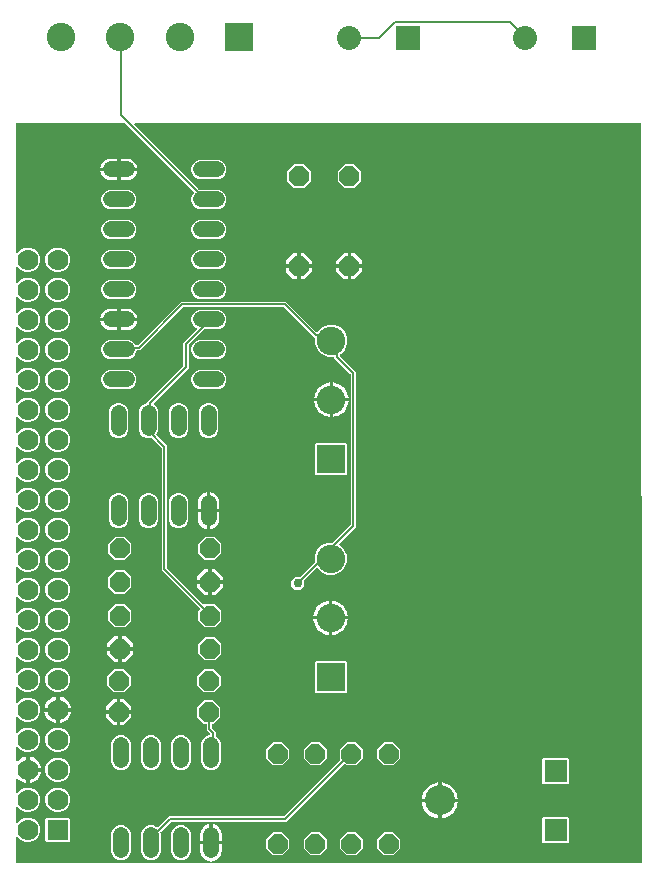
<source format=gbr>
G04 EAGLE Gerber RS-274X export*
G75*
%MOMM*%
%FSLAX34Y34*%
%LPD*%
%INTop Copper*%
%IPPOS*%
%AMOC8*
5,1,8,0,0,1.08239X$1,22.5*%
G01*
%ADD10C,2.540000*%
%ADD11R,1.950000X1.950000*%
%ADD12C,1.320800*%
%ADD13R,1.778000X1.778000*%
%ADD14C,1.778000*%
%ADD15R,2.032000X2.032000*%
%ADD16C,2.032000*%
%ADD17P,1.814519X8X112.500000*%
%ADD18R,2.413000X2.413000*%
%ADD19C,2.413000*%
%ADD20P,1.814519X8X202.500000*%
%ADD21P,1.814519X8X292.500000*%
%ADD22P,1.814519X8X22.500000*%
%ADD23C,0.152400*%
%ADD24C,0.756400*%

G36*
X174012Y10169D02*
X174012Y10169D01*
X174061Y10167D01*
X174133Y10188D01*
X174206Y10200D01*
X174250Y10223D01*
X174297Y10237D01*
X174358Y10281D01*
X174424Y10316D01*
X174458Y10351D01*
X174498Y10379D01*
X174542Y10440D01*
X174593Y10494D01*
X174614Y10538D01*
X174643Y10578D01*
X174665Y10649D01*
X174697Y10717D01*
X174702Y10766D01*
X174717Y10812D01*
X174716Y10887D01*
X174724Y10961D01*
X174714Y11009D01*
X174713Y11058D01*
X174688Y11129D01*
X174672Y11202D01*
X174647Y11244D01*
X174630Y11290D01*
X174584Y11349D01*
X174546Y11413D01*
X174508Y11445D01*
X174478Y11483D01*
X174415Y11524D01*
X174359Y11573D01*
X174313Y11591D01*
X174272Y11618D01*
X174153Y11656D01*
X174130Y11665D01*
X174121Y11666D01*
X174112Y11669D01*
X172433Y12003D01*
X170768Y12692D01*
X169270Y13693D01*
X167997Y14966D01*
X166996Y16464D01*
X166307Y18129D01*
X165955Y19895D01*
X165955Y25877D01*
X174338Y25877D01*
X174358Y25880D01*
X174377Y25878D01*
X174479Y25900D01*
X174581Y25917D01*
X174598Y25926D01*
X174618Y25930D01*
X174707Y25983D01*
X174798Y26032D01*
X174812Y26046D01*
X174829Y26056D01*
X174896Y26135D01*
X174967Y26210D01*
X174976Y26228D01*
X174989Y26243D01*
X175027Y26339D01*
X175071Y26433D01*
X175073Y26453D01*
X175081Y26471D01*
X175099Y26638D01*
X175099Y27401D01*
X175101Y27401D01*
X175101Y26638D01*
X175104Y26618D01*
X175102Y26599D01*
X175124Y26497D01*
X175141Y26395D01*
X175150Y26378D01*
X175154Y26358D01*
X175207Y26269D01*
X175256Y26178D01*
X175270Y26164D01*
X175280Y26147D01*
X175359Y26080D01*
X175434Y26009D01*
X175452Y26000D01*
X175467Y25987D01*
X175563Y25948D01*
X175657Y25905D01*
X175677Y25903D01*
X175695Y25895D01*
X175862Y25877D01*
X184245Y25877D01*
X184245Y19895D01*
X183893Y18129D01*
X183204Y16464D01*
X182203Y14966D01*
X180930Y13693D01*
X179432Y12692D01*
X177767Y12003D01*
X176088Y11669D01*
X176042Y11651D01*
X175994Y11643D01*
X175928Y11609D01*
X175857Y11582D01*
X175819Y11551D01*
X175776Y11528D01*
X175725Y11474D01*
X175667Y11427D01*
X175641Y11386D01*
X175607Y11350D01*
X175575Y11282D01*
X175535Y11219D01*
X175524Y11171D01*
X175503Y11127D01*
X175495Y11053D01*
X175477Y10980D01*
X175481Y10931D01*
X175476Y10883D01*
X175492Y10809D01*
X175498Y10735D01*
X175518Y10690D01*
X175528Y10642D01*
X175567Y10578D01*
X175596Y10509D01*
X175629Y10473D01*
X175654Y10431D01*
X175711Y10382D01*
X175761Y10327D01*
X175804Y10303D01*
X175841Y10271D01*
X175911Y10243D01*
X175976Y10207D01*
X176024Y10198D01*
X176070Y10179D01*
X176194Y10165D01*
X176218Y10161D01*
X176227Y10162D01*
X176236Y10161D01*
X539071Y10161D01*
X539091Y10164D01*
X539111Y10162D01*
X539212Y10184D01*
X539314Y10200D01*
X539332Y10210D01*
X539351Y10214D01*
X539440Y10267D01*
X539531Y10316D01*
X539545Y10330D01*
X539563Y10341D01*
X539630Y10419D01*
X539701Y10494D01*
X539709Y10512D01*
X539722Y10528D01*
X539761Y10623D01*
X539804Y10717D01*
X539807Y10737D01*
X539814Y10756D01*
X539832Y10922D01*
X539442Y635500D01*
X539439Y635520D01*
X539441Y635539D01*
X539419Y635641D01*
X539402Y635743D01*
X539393Y635761D01*
X539389Y635780D01*
X539336Y635869D01*
X539287Y635961D01*
X539273Y635974D01*
X539263Y635991D01*
X539184Y636058D01*
X539109Y636130D01*
X539091Y636138D01*
X539076Y636151D01*
X538979Y636190D01*
X538886Y636233D01*
X538866Y636235D01*
X538848Y636243D01*
X538681Y636261D01*
X110998Y636261D01*
X110928Y636250D01*
X110856Y636248D01*
X110807Y636230D01*
X110756Y636222D01*
X110693Y636188D01*
X110625Y636163D01*
X110584Y636131D01*
X110538Y636106D01*
X110489Y636055D01*
X110433Y636010D01*
X110405Y635966D01*
X110369Y635928D01*
X110339Y635863D01*
X110300Y635803D01*
X110287Y635752D01*
X110265Y635705D01*
X110257Y635634D01*
X110240Y635564D01*
X110244Y635512D01*
X110238Y635461D01*
X110254Y635390D01*
X110259Y635319D01*
X110279Y635271D01*
X110291Y635220D01*
X110327Y635159D01*
X110355Y635093D01*
X110400Y635037D01*
X110417Y635009D01*
X110434Y634994D01*
X110460Y634962D01*
X165170Y580252D01*
X165244Y580199D01*
X165314Y580139D01*
X165344Y580127D01*
X165370Y580108D01*
X165457Y580081D01*
X165542Y580047D01*
X165583Y580043D01*
X165605Y580036D01*
X165637Y580037D01*
X165709Y580029D01*
X181521Y580029D01*
X184509Y578791D01*
X186795Y576505D01*
X188033Y573517D01*
X188033Y570283D01*
X186795Y567295D01*
X184509Y565009D01*
X181521Y563771D01*
X165079Y563771D01*
X162091Y565009D01*
X159805Y567295D01*
X158567Y570283D01*
X158567Y573517D01*
X159805Y576505D01*
X160589Y577289D01*
X160601Y577305D01*
X160616Y577317D01*
X160672Y577404D01*
X160732Y577488D01*
X160738Y577507D01*
X160749Y577524D01*
X160774Y577625D01*
X160805Y577723D01*
X160804Y577743D01*
X160809Y577763D01*
X160801Y577866D01*
X160798Y577969D01*
X160792Y577988D01*
X160790Y578008D01*
X160750Y578103D01*
X160714Y578200D01*
X160701Y578216D01*
X160694Y578234D01*
X160589Y578365D01*
X102916Y636038D01*
X102842Y636091D01*
X102772Y636151D01*
X102742Y636163D01*
X102716Y636182D01*
X102629Y636209D01*
X102544Y636243D01*
X102503Y636247D01*
X102481Y636254D01*
X102449Y636253D01*
X102378Y636261D01*
X10525Y636261D01*
X10505Y636258D01*
X10485Y636260D01*
X10384Y636238D01*
X10282Y636222D01*
X10264Y636212D01*
X10245Y636208D01*
X10156Y636155D01*
X10065Y636106D01*
X10051Y636092D01*
X10034Y636081D01*
X9966Y636003D01*
X9895Y635928D01*
X9887Y635910D01*
X9874Y635894D01*
X9835Y635799D01*
X9792Y635705D01*
X9790Y635685D01*
X9782Y635666D01*
X9764Y635500D01*
X9831Y527197D01*
X9843Y527127D01*
X9845Y527055D01*
X9863Y527006D01*
X9871Y526955D01*
X9905Y526891D01*
X9929Y526824D01*
X9962Y526784D01*
X9986Y526737D01*
X10038Y526688D01*
X10083Y526632D01*
X10127Y526604D01*
X10165Y526568D01*
X10230Y526538D01*
X10290Y526499D01*
X10341Y526487D01*
X10388Y526465D01*
X10459Y526457D01*
X10528Y526439D01*
X10581Y526443D01*
X10633Y526438D01*
X10702Y526453D01*
X10774Y526458D01*
X10822Y526479D01*
X10873Y526490D01*
X10934Y526527D01*
X11000Y526555D01*
X11056Y526600D01*
X11084Y526616D01*
X11099Y526634D01*
X11131Y526660D01*
X14100Y529629D01*
X17928Y531215D01*
X22072Y531215D01*
X25900Y529629D01*
X28829Y526700D01*
X30415Y522872D01*
X30415Y518728D01*
X28829Y514900D01*
X25900Y511971D01*
X22072Y510385D01*
X17928Y510385D01*
X14100Y511971D01*
X11139Y514932D01*
X11080Y514974D01*
X11028Y515024D01*
X10981Y515046D01*
X10939Y515076D01*
X10870Y515097D01*
X10805Y515127D01*
X10754Y515133D01*
X10704Y515148D01*
X10632Y515147D01*
X10561Y515154D01*
X10510Y515143D01*
X10458Y515142D01*
X10391Y515117D01*
X10320Y515102D01*
X10276Y515075D01*
X10227Y515058D01*
X10171Y515013D01*
X10109Y514976D01*
X10076Y514936D01*
X10035Y514904D01*
X9996Y514843D01*
X9949Y514789D01*
X9930Y514741D01*
X9902Y514697D01*
X9885Y514627D01*
X9858Y514560D01*
X9850Y514490D01*
X9842Y514458D01*
X9844Y514435D01*
X9839Y514394D01*
X9847Y501813D01*
X9859Y501743D01*
X9861Y501671D01*
X9879Y501622D01*
X9887Y501570D01*
X9921Y501507D01*
X9945Y501440D01*
X9978Y501399D01*
X10002Y501353D01*
X10054Y501304D01*
X10099Y501248D01*
X10143Y501220D01*
X10181Y501184D01*
X10246Y501154D01*
X10306Y501115D01*
X10357Y501102D01*
X10404Y501080D01*
X10475Y501073D01*
X10544Y501055D01*
X10596Y501059D01*
X10648Y501053D01*
X10718Y501069D01*
X10789Y501074D01*
X10838Y501095D01*
X10889Y501106D01*
X10950Y501143D01*
X11016Y501171D01*
X11072Y501216D01*
X11100Y501232D01*
X11115Y501250D01*
X11147Y501275D01*
X14100Y504229D01*
X17928Y505815D01*
X22072Y505815D01*
X25900Y504229D01*
X28829Y501300D01*
X30415Y497472D01*
X30415Y493328D01*
X28829Y489500D01*
X25900Y486571D01*
X22072Y484985D01*
X17928Y484985D01*
X14100Y486571D01*
X11155Y489517D01*
X11096Y489559D01*
X11044Y489608D01*
X10997Y489630D01*
X10955Y489660D01*
X10886Y489681D01*
X10821Y489712D01*
X10769Y489717D01*
X10720Y489733D01*
X10648Y489731D01*
X10577Y489739D01*
X10526Y489727D01*
X10474Y489726D01*
X10406Y489701D01*
X10336Y489686D01*
X10292Y489660D01*
X10243Y489642D01*
X10187Y489597D01*
X10125Y489560D01*
X10091Y489520D01*
X10051Y489488D01*
X10012Y489428D01*
X9965Y489373D01*
X9946Y489325D01*
X9918Y489281D01*
X9900Y489211D01*
X9874Y489145D01*
X9866Y489074D01*
X9858Y489043D01*
X9860Y489019D01*
X9855Y488978D01*
X9863Y476429D01*
X9875Y476359D01*
X9876Y476287D01*
X9894Y476238D01*
X9903Y476186D01*
X9936Y476123D01*
X9961Y476056D01*
X9994Y476015D01*
X10018Y475969D01*
X10070Y475920D01*
X10115Y475864D01*
X10159Y475836D01*
X10197Y475800D01*
X10261Y475770D01*
X10322Y475731D01*
X10372Y475718D01*
X10420Y475696D01*
X10491Y475688D01*
X10560Y475671D01*
X10612Y475675D01*
X10664Y475669D01*
X10734Y475685D01*
X10805Y475690D01*
X10853Y475711D01*
X10905Y475722D01*
X10966Y475758D01*
X11032Y475786D01*
X11088Y475831D01*
X11116Y475848D01*
X11131Y475866D01*
X11163Y475891D01*
X14100Y478829D01*
X17928Y480415D01*
X22072Y480415D01*
X25900Y478829D01*
X28829Y475900D01*
X30415Y472072D01*
X30415Y467928D01*
X28829Y464100D01*
X25900Y461171D01*
X22072Y459585D01*
X17928Y459585D01*
X14100Y461171D01*
X11171Y464101D01*
X11112Y464143D01*
X11060Y464192D01*
X11013Y464214D01*
X10971Y464244D01*
X10902Y464265D01*
X10837Y464296D01*
X10785Y464301D01*
X10736Y464317D01*
X10664Y464315D01*
X10592Y464323D01*
X10542Y464312D01*
X10490Y464310D01*
X10422Y464286D01*
X10352Y464270D01*
X10308Y464244D01*
X10259Y464226D01*
X10203Y464181D01*
X10141Y464144D01*
X10107Y464105D01*
X10067Y464072D01*
X10028Y464012D01*
X9981Y463957D01*
X9962Y463909D01*
X9934Y463865D01*
X9916Y463795D01*
X9889Y463729D01*
X9882Y463658D01*
X9874Y463627D01*
X9876Y463603D01*
X9871Y463562D01*
X9879Y451045D01*
X9891Y450974D01*
X9892Y450903D01*
X9910Y450854D01*
X9919Y450802D01*
X9952Y450739D01*
X9977Y450672D01*
X10009Y450631D01*
X10034Y450585D01*
X10086Y450536D01*
X10131Y450480D01*
X10175Y450452D01*
X10212Y450416D01*
X10277Y450386D01*
X10337Y450347D01*
X10388Y450334D01*
X10436Y450312D01*
X10507Y450304D01*
X10576Y450287D01*
X10628Y450291D01*
X10680Y450285D01*
X10750Y450300D01*
X10821Y450306D01*
X10869Y450326D01*
X10920Y450338D01*
X10982Y450374D01*
X11048Y450402D01*
X11104Y450447D01*
X11131Y450464D01*
X11147Y450482D01*
X11178Y450507D01*
X14100Y453429D01*
X17928Y455015D01*
X22072Y455015D01*
X25900Y453429D01*
X28829Y450500D01*
X30415Y446672D01*
X30415Y442528D01*
X28829Y438700D01*
X25900Y435771D01*
X22072Y434185D01*
X17928Y434185D01*
X14100Y435771D01*
X11186Y438685D01*
X11128Y438727D01*
X11076Y438776D01*
X11029Y438798D01*
X10987Y438828D01*
X10918Y438850D01*
X10853Y438880D01*
X10801Y438885D01*
X10752Y438901D01*
X10680Y438899D01*
X10608Y438907D01*
X10558Y438896D01*
X10506Y438894D01*
X10438Y438870D01*
X10368Y438854D01*
X10324Y438828D01*
X10275Y438810D01*
X10219Y438765D01*
X10157Y438728D01*
X10123Y438689D01*
X10083Y438656D01*
X10044Y438596D01*
X9997Y438541D01*
X9978Y438493D01*
X9950Y438449D01*
X9932Y438380D01*
X9905Y438313D01*
X9898Y438242D01*
X9890Y438211D01*
X9891Y438187D01*
X9887Y438146D01*
X9895Y425661D01*
X9906Y425590D01*
X9908Y425519D01*
X9926Y425470D01*
X9935Y425418D01*
X9968Y425355D01*
X9993Y425288D01*
X10025Y425247D01*
X10050Y425201D01*
X10102Y425152D01*
X10146Y425096D01*
X10190Y425067D01*
X10228Y425031D01*
X10293Y425001D01*
X10353Y424963D01*
X10404Y424950D01*
X10451Y424928D01*
X10522Y424920D01*
X10592Y424903D01*
X10644Y424907D01*
X10696Y424901D01*
X10766Y424916D01*
X10837Y424922D01*
X10885Y424942D01*
X10936Y424953D01*
X10998Y424990D01*
X11063Y425018D01*
X11120Y425063D01*
X11147Y425080D01*
X11162Y425097D01*
X11194Y425123D01*
X14100Y428029D01*
X17928Y429615D01*
X22072Y429615D01*
X25900Y428029D01*
X28829Y425100D01*
X30415Y421272D01*
X30415Y417128D01*
X28829Y413300D01*
X25900Y410371D01*
X22072Y408785D01*
X17928Y408785D01*
X14100Y410371D01*
X11202Y413269D01*
X11144Y413311D01*
X11092Y413360D01*
X11045Y413382D01*
X11003Y413412D01*
X10934Y413434D01*
X10869Y413464D01*
X10817Y413470D01*
X10768Y413485D01*
X10696Y413483D01*
X10624Y413491D01*
X10574Y413480D01*
X10522Y413478D01*
X10454Y413454D01*
X10384Y413438D01*
X10339Y413412D01*
X10291Y413394D01*
X10234Y413349D01*
X10173Y413312D01*
X10139Y413273D01*
X10099Y413240D01*
X10060Y413180D01*
X10013Y413125D01*
X9994Y413077D01*
X9966Y413033D01*
X9948Y412964D01*
X9921Y412897D01*
X9913Y412826D01*
X9906Y412795D01*
X9907Y412771D01*
X9903Y412730D01*
X9911Y400277D01*
X9922Y400206D01*
X9924Y400135D01*
X9942Y400086D01*
X9951Y400034D01*
X9984Y399971D01*
X10009Y399904D01*
X10041Y399863D01*
X10066Y399817D01*
X10118Y399767D01*
X10162Y399712D01*
X10206Y399683D01*
X10244Y399647D01*
X10309Y399617D01*
X10369Y399579D01*
X10420Y399566D01*
X10467Y399544D01*
X10538Y399536D01*
X10608Y399519D01*
X10660Y399523D01*
X10712Y399517D01*
X10782Y399532D01*
X10853Y399538D01*
X10901Y399558D01*
X10952Y399569D01*
X11013Y399606D01*
X11079Y399634D01*
X11136Y399679D01*
X11163Y399696D01*
X11178Y399713D01*
X11210Y399739D01*
X14100Y402629D01*
X17928Y404215D01*
X22072Y404215D01*
X25900Y402629D01*
X28829Y399700D01*
X30415Y395872D01*
X30415Y391728D01*
X28829Y387900D01*
X25900Y384971D01*
X22072Y383385D01*
X17928Y383385D01*
X14100Y384971D01*
X11218Y387853D01*
X11160Y387895D01*
X11108Y387945D01*
X11061Y387966D01*
X11019Y387997D01*
X10950Y388018D01*
X10885Y388048D01*
X10833Y388054D01*
X10783Y388069D01*
X10711Y388067D01*
X10640Y388075D01*
X10589Y388064D01*
X10538Y388063D01*
X10470Y388038D01*
X10400Y388023D01*
X10355Y387996D01*
X10307Y387978D01*
X10250Y387933D01*
X10189Y387896D01*
X10155Y387857D01*
X10115Y387824D01*
X10076Y387764D01*
X10029Y387709D01*
X10010Y387661D01*
X9982Y387618D01*
X9964Y387548D01*
X9937Y387481D01*
X9929Y387410D01*
X9921Y387379D01*
X9923Y387356D01*
X9919Y387314D01*
X9926Y374893D01*
X9938Y374822D01*
X9940Y374751D01*
X9958Y374701D01*
X9966Y374650D01*
X10000Y374587D01*
X10024Y374520D01*
X10057Y374479D01*
X10082Y374432D01*
X10133Y374383D01*
X10178Y374328D01*
X10222Y374299D01*
X10260Y374263D01*
X10325Y374233D01*
X10385Y374195D01*
X10436Y374182D01*
X10483Y374160D01*
X10554Y374152D01*
X10624Y374134D01*
X10676Y374139D01*
X10728Y374133D01*
X10797Y374148D01*
X10869Y374154D01*
X10917Y374174D01*
X10968Y374185D01*
X11029Y374222D01*
X11095Y374250D01*
X11151Y374295D01*
X11179Y374312D01*
X11194Y374329D01*
X11226Y374355D01*
X14100Y377229D01*
X17928Y378815D01*
X22072Y378815D01*
X25900Y377229D01*
X28829Y374300D01*
X30415Y370472D01*
X30415Y366328D01*
X28829Y362500D01*
X25900Y359571D01*
X22072Y357985D01*
X17928Y357985D01*
X14100Y359571D01*
X11234Y362437D01*
X11176Y362479D01*
X11124Y362529D01*
X11077Y362550D01*
X11034Y362581D01*
X10966Y362602D01*
X10900Y362632D01*
X10849Y362638D01*
X10799Y362653D01*
X10727Y362651D01*
X10656Y362659D01*
X10605Y362648D01*
X10553Y362647D01*
X10486Y362622D01*
X10416Y362607D01*
X10371Y362580D01*
X10322Y362562D01*
X10266Y362517D01*
X10205Y362480D01*
X10171Y362441D01*
X10130Y362409D01*
X10092Y362348D01*
X10045Y362293D01*
X10025Y362245D01*
X9997Y362202D01*
X9980Y362132D01*
X9953Y362065D01*
X9945Y361994D01*
X9937Y361963D01*
X9939Y361940D01*
X9935Y361898D01*
X9942Y349508D01*
X9954Y349438D01*
X9956Y349366D01*
X9974Y349317D01*
X9982Y349266D01*
X10016Y349202D01*
X10040Y349135D01*
X10073Y349095D01*
X10097Y349048D01*
X10149Y348999D01*
X10194Y348943D01*
X10238Y348915D01*
X10276Y348879D01*
X10341Y348849D01*
X10401Y348810D01*
X10452Y348798D01*
X10499Y348776D01*
X10570Y348768D01*
X10639Y348750D01*
X10692Y348754D01*
X10744Y348749D01*
X10813Y348764D01*
X10885Y348769D01*
X10933Y348790D01*
X10984Y348801D01*
X11045Y348838D01*
X11111Y348866D01*
X11167Y348911D01*
X11195Y348927D01*
X11210Y348945D01*
X11242Y348971D01*
X14100Y351829D01*
X17928Y353415D01*
X22072Y353415D01*
X25900Y351829D01*
X28829Y348900D01*
X30415Y345072D01*
X30415Y340928D01*
X28829Y337100D01*
X25900Y334171D01*
X22072Y332585D01*
X17928Y332585D01*
X14100Y334171D01*
X11250Y337021D01*
X11192Y337063D01*
X11139Y337113D01*
X11092Y337135D01*
X11050Y337165D01*
X10982Y337186D01*
X10916Y337216D01*
X10865Y337222D01*
X10815Y337237D01*
X10743Y337235D01*
X10672Y337243D01*
X10621Y337232D01*
X10569Y337231D01*
X10502Y337206D01*
X10431Y337191D01*
X10387Y337164D01*
X10338Y337146D01*
X10282Y337101D01*
X10220Y337064D01*
X10187Y337025D01*
X10146Y336993D01*
X10107Y336932D01*
X10061Y336877D01*
X10041Y336829D01*
X10013Y336786D01*
X9996Y336716D01*
X9969Y336649D01*
X9961Y336578D01*
X9953Y336547D01*
X9955Y336524D01*
X9950Y336483D01*
X9958Y324124D01*
X9970Y324054D01*
X9972Y323982D01*
X9990Y323933D01*
X9998Y323882D01*
X10032Y323818D01*
X10056Y323751D01*
X10089Y323710D01*
X10113Y323664D01*
X10165Y323615D01*
X10210Y323559D01*
X10254Y323531D01*
X10292Y323495D01*
X10357Y323465D01*
X10417Y323426D01*
X10467Y323413D01*
X10515Y323391D01*
X10586Y323384D01*
X10655Y323366D01*
X10707Y323370D01*
X10759Y323365D01*
X10829Y323380D01*
X10900Y323385D01*
X10949Y323406D01*
X11000Y323417D01*
X11061Y323454D01*
X11127Y323482D01*
X11183Y323527D01*
X11211Y323543D01*
X11226Y323561D01*
X11258Y323586D01*
X14100Y326429D01*
X17928Y328015D01*
X22072Y328015D01*
X25900Y326429D01*
X28829Y323500D01*
X30415Y319672D01*
X30415Y315528D01*
X28829Y311700D01*
X25900Y308771D01*
X22072Y307185D01*
X17928Y307185D01*
X14100Y308771D01*
X11266Y311605D01*
X11208Y311647D01*
X11155Y311697D01*
X11108Y311719D01*
X11066Y311749D01*
X10997Y311770D01*
X10932Y311800D01*
X10881Y311806D01*
X10831Y311821D01*
X10759Y311819D01*
X10688Y311827D01*
X10637Y311816D01*
X10585Y311815D01*
X10518Y311790D01*
X10447Y311775D01*
X10403Y311748D01*
X10354Y311731D01*
X10298Y311685D01*
X10236Y311649D01*
X10203Y311609D01*
X10162Y311577D01*
X10123Y311516D01*
X10077Y311462D01*
X10057Y311413D01*
X10029Y311370D01*
X10012Y311300D01*
X9985Y311233D01*
X9977Y311163D01*
X9969Y311131D01*
X9971Y311108D01*
X9966Y311067D01*
X9974Y298740D01*
X9986Y298670D01*
X9988Y298598D01*
X10005Y298549D01*
X10014Y298497D01*
X10047Y298434D01*
X10072Y298367D01*
X10105Y298326D01*
X10129Y298280D01*
X10181Y298231D01*
X10226Y298175D01*
X10270Y298147D01*
X10308Y298111D01*
X10372Y298081D01*
X10433Y298042D01*
X10483Y298029D01*
X10531Y298007D01*
X10602Y297999D01*
X10671Y297982D01*
X10723Y297986D01*
X10775Y297980D01*
X10845Y297996D01*
X10916Y298001D01*
X10964Y298022D01*
X11016Y298033D01*
X11077Y298069D01*
X11143Y298097D01*
X11199Y298143D01*
X11227Y298159D01*
X11242Y298177D01*
X11274Y298202D01*
X14100Y301029D01*
X17928Y302615D01*
X22072Y302615D01*
X25900Y301029D01*
X28829Y298100D01*
X30415Y294272D01*
X30415Y290128D01*
X28829Y286300D01*
X25900Y283371D01*
X22072Y281785D01*
X17928Y281785D01*
X14100Y283371D01*
X11282Y286190D01*
X11223Y286231D01*
X11171Y286281D01*
X11124Y286303D01*
X11082Y286333D01*
X11013Y286354D01*
X10948Y286385D01*
X10897Y286390D01*
X10847Y286405D01*
X10775Y286404D01*
X10704Y286411D01*
X10653Y286400D01*
X10601Y286399D01*
X10533Y286374D01*
X10463Y286359D01*
X10419Y286332D01*
X10370Y286315D01*
X10314Y286270D01*
X10252Y286233D01*
X10219Y286193D01*
X10178Y286161D01*
X10139Y286100D01*
X10092Y286046D01*
X10073Y285998D01*
X10045Y285954D01*
X10027Y285884D01*
X10001Y285818D01*
X9993Y285747D01*
X9985Y285715D01*
X9987Y285692D01*
X9982Y285651D01*
X9990Y273356D01*
X10002Y273285D01*
X10003Y273214D01*
X10021Y273165D01*
X10030Y273113D01*
X10063Y273050D01*
X10088Y272983D01*
X10120Y272942D01*
X10145Y272896D01*
X10197Y272847D01*
X10242Y272791D01*
X10286Y272763D01*
X10323Y272727D01*
X10388Y272697D01*
X10448Y272658D01*
X10499Y272645D01*
X10547Y272623D01*
X10618Y272615D01*
X10687Y272598D01*
X10739Y272602D01*
X10791Y272596D01*
X10861Y272611D01*
X10932Y272617D01*
X10980Y272637D01*
X11031Y272649D01*
X11093Y272685D01*
X11159Y272713D01*
X11215Y272758D01*
X11242Y272775D01*
X11258Y272793D01*
X11289Y272818D01*
X14100Y275629D01*
X17928Y277215D01*
X22072Y277215D01*
X25900Y275629D01*
X28829Y272700D01*
X30415Y268872D01*
X30415Y264728D01*
X28829Y260900D01*
X25900Y257971D01*
X22072Y256385D01*
X17928Y256385D01*
X14100Y257971D01*
X11298Y260774D01*
X11239Y260816D01*
X11187Y260865D01*
X11140Y260887D01*
X11098Y260917D01*
X11029Y260938D01*
X10964Y260969D01*
X10912Y260974D01*
X10863Y260990D01*
X10791Y260988D01*
X10719Y260996D01*
X10669Y260985D01*
X10617Y260983D01*
X10549Y260958D01*
X10479Y260943D01*
X10435Y260917D01*
X10386Y260899D01*
X10330Y260854D01*
X10268Y260817D01*
X10234Y260777D01*
X10194Y260745D01*
X10155Y260685D01*
X10108Y260630D01*
X10089Y260582D01*
X10061Y260538D01*
X10043Y260468D01*
X10016Y260402D01*
X10009Y260331D01*
X10001Y260300D01*
X10003Y260276D01*
X9998Y260235D01*
X10006Y247972D01*
X10017Y247901D01*
X10019Y247830D01*
X10037Y247781D01*
X10046Y247729D01*
X10079Y247666D01*
X10104Y247599D01*
X10136Y247558D01*
X10161Y247512D01*
X10213Y247463D01*
X10257Y247407D01*
X10301Y247378D01*
X10339Y247343D01*
X10404Y247312D01*
X10464Y247274D01*
X10515Y247261D01*
X10563Y247239D01*
X10633Y247231D01*
X10703Y247214D01*
X10755Y247218D01*
X10807Y247212D01*
X10877Y247227D01*
X10948Y247233D01*
X10996Y247253D01*
X11047Y247264D01*
X11109Y247301D01*
X11174Y247329D01*
X11231Y247374D01*
X11258Y247391D01*
X11273Y247408D01*
X11305Y247434D01*
X14100Y250229D01*
X17928Y251815D01*
X22072Y251815D01*
X25900Y250229D01*
X28829Y247300D01*
X30415Y243472D01*
X30415Y239328D01*
X28829Y235500D01*
X25900Y232571D01*
X22072Y230985D01*
X17928Y230985D01*
X14100Y232571D01*
X11314Y235358D01*
X11255Y235400D01*
X11203Y235449D01*
X11156Y235471D01*
X11114Y235501D01*
X11045Y235522D01*
X10980Y235553D01*
X10928Y235558D01*
X10879Y235574D01*
X10807Y235572D01*
X10735Y235580D01*
X10685Y235569D01*
X10633Y235567D01*
X10565Y235543D01*
X10495Y235527D01*
X10451Y235501D01*
X10402Y235483D01*
X10346Y235438D01*
X10284Y235401D01*
X10250Y235362D01*
X10210Y235329D01*
X10171Y235269D01*
X10124Y235214D01*
X10105Y235166D01*
X10077Y235122D01*
X10059Y235053D01*
X10032Y234986D01*
X10025Y234915D01*
X10017Y234884D01*
X10019Y234860D01*
X10014Y234819D01*
X10022Y222588D01*
X10033Y222517D01*
X10035Y222446D01*
X10053Y222397D01*
X10062Y222345D01*
X10095Y222282D01*
X10120Y222215D01*
X10152Y222174D01*
X10177Y222128D01*
X10229Y222078D01*
X10273Y222023D01*
X10317Y221994D01*
X10355Y221958D01*
X10420Y221928D01*
X10480Y221890D01*
X10531Y221877D01*
X10578Y221855D01*
X10649Y221847D01*
X10719Y221830D01*
X10771Y221834D01*
X10823Y221828D01*
X10893Y221843D01*
X10964Y221849D01*
X11012Y221869D01*
X11063Y221880D01*
X11124Y221917D01*
X11190Y221945D01*
X11247Y221990D01*
X11274Y222007D01*
X11289Y222024D01*
X11321Y222050D01*
X14100Y224829D01*
X17928Y226415D01*
X22072Y226415D01*
X25900Y224829D01*
X28829Y221900D01*
X30415Y218072D01*
X30415Y213928D01*
X28829Y210100D01*
X25900Y207171D01*
X22072Y205585D01*
X17928Y205585D01*
X14100Y207171D01*
X11329Y209942D01*
X11271Y209984D01*
X11219Y210033D01*
X11172Y210055D01*
X11130Y210085D01*
X11061Y210107D01*
X10996Y210137D01*
X10944Y210143D01*
X10895Y210158D01*
X10823Y210156D01*
X10751Y210164D01*
X10701Y210153D01*
X10649Y210151D01*
X10581Y210127D01*
X10511Y210111D01*
X10466Y210085D01*
X10418Y210067D01*
X10361Y210022D01*
X10300Y209985D01*
X10266Y209946D01*
X10226Y209913D01*
X10187Y209853D01*
X10140Y209798D01*
X10121Y209750D01*
X10093Y209706D01*
X10075Y209637D01*
X10048Y209570D01*
X10040Y209499D01*
X10033Y209468D01*
X10034Y209444D01*
X10030Y209403D01*
X10038Y197204D01*
X10049Y197133D01*
X10051Y197062D01*
X10069Y197012D01*
X10077Y196961D01*
X10111Y196898D01*
X10135Y196831D01*
X10168Y196790D01*
X10193Y196743D01*
X10244Y196694D01*
X10289Y196639D01*
X10333Y196610D01*
X10371Y196574D01*
X10436Y196544D01*
X10496Y196506D01*
X10547Y196493D01*
X10594Y196471D01*
X10665Y196463D01*
X10735Y196445D01*
X10787Y196450D01*
X10839Y196444D01*
X10909Y196459D01*
X10980Y196465D01*
X11028Y196485D01*
X11079Y196496D01*
X11140Y196533D01*
X11206Y196561D01*
X11262Y196606D01*
X11290Y196623D01*
X11305Y196640D01*
X11337Y196666D01*
X14100Y199429D01*
X17928Y201015D01*
X22072Y201015D01*
X25900Y199429D01*
X28829Y196500D01*
X30415Y192672D01*
X30415Y188528D01*
X28829Y184700D01*
X25900Y181771D01*
X22072Y180185D01*
X17928Y180185D01*
X14100Y181771D01*
X11345Y184526D01*
X11287Y184568D01*
X11235Y184618D01*
X11188Y184639D01*
X11146Y184670D01*
X11077Y184691D01*
X11012Y184721D01*
X10960Y184727D01*
X10910Y184742D01*
X10838Y184740D01*
X10767Y184748D01*
X10717Y184737D01*
X10665Y184736D01*
X10597Y184711D01*
X10527Y184696D01*
X10482Y184669D01*
X10434Y184651D01*
X10377Y184606D01*
X10316Y184569D01*
X10282Y184530D01*
X10242Y184497D01*
X10203Y184437D01*
X10156Y184382D01*
X10137Y184334D01*
X10109Y184291D01*
X10091Y184221D01*
X10064Y184154D01*
X10056Y184083D01*
X10048Y184052D01*
X10050Y184029D01*
X10046Y183987D01*
X10053Y171819D01*
X10065Y171749D01*
X10067Y171677D01*
X10085Y171628D01*
X10093Y171577D01*
X10127Y171513D01*
X10151Y171446D01*
X10184Y171406D01*
X10208Y171359D01*
X10260Y171310D01*
X10305Y171254D01*
X10349Y171226D01*
X10387Y171190D01*
X10452Y171160D01*
X10512Y171121D01*
X10563Y171109D01*
X10610Y171087D01*
X10681Y171079D01*
X10750Y171061D01*
X10803Y171065D01*
X10855Y171060D01*
X10924Y171075D01*
X10996Y171080D01*
X11044Y171101D01*
X11095Y171112D01*
X11156Y171149D01*
X11222Y171177D01*
X11278Y171222D01*
X11306Y171238D01*
X11321Y171256D01*
X11353Y171282D01*
X14100Y174029D01*
X17928Y175615D01*
X22072Y175615D01*
X25900Y174029D01*
X28829Y171100D01*
X30415Y167272D01*
X30415Y163128D01*
X28829Y159300D01*
X25900Y156371D01*
X22072Y154785D01*
X17928Y154785D01*
X14100Y156371D01*
X11361Y159110D01*
X11303Y159152D01*
X11251Y159202D01*
X11204Y159223D01*
X11161Y159254D01*
X11093Y159275D01*
X11027Y159305D01*
X10976Y159311D01*
X10926Y159326D01*
X10854Y159324D01*
X10783Y159332D01*
X10732Y159321D01*
X10680Y159320D01*
X10613Y159295D01*
X10543Y159280D01*
X10498Y159253D01*
X10449Y159235D01*
X10393Y159190D01*
X10332Y159153D01*
X10298Y159114D01*
X10257Y159082D01*
X10219Y159021D01*
X10172Y158966D01*
X10152Y158918D01*
X10124Y158875D01*
X10107Y158805D01*
X10080Y158738D01*
X10072Y158667D01*
X10064Y158636D01*
X10066Y158613D01*
X10062Y158571D01*
X10069Y146435D01*
X10081Y146365D01*
X10083Y146293D01*
X10101Y146244D01*
X10109Y146193D01*
X10143Y146129D01*
X10167Y146062D01*
X10200Y146021D01*
X10224Y145975D01*
X10276Y145926D01*
X10321Y145870D01*
X10365Y145842D01*
X10403Y145806D01*
X10468Y145776D01*
X10528Y145737D01*
X10579Y145724D01*
X10626Y145702D01*
X10697Y145695D01*
X10766Y145677D01*
X10818Y145681D01*
X10870Y145676D01*
X10940Y145691D01*
X11011Y145696D01*
X11060Y145717D01*
X11111Y145728D01*
X11172Y145765D01*
X11238Y145793D01*
X11294Y145838D01*
X11322Y145854D01*
X11337Y145872D01*
X11369Y145897D01*
X14100Y148629D01*
X17928Y150215D01*
X22072Y150215D01*
X25900Y148629D01*
X28829Y145700D01*
X30415Y141872D01*
X30415Y137728D01*
X28829Y133900D01*
X25900Y130971D01*
X22072Y129385D01*
X17928Y129385D01*
X14100Y130971D01*
X11377Y133694D01*
X11319Y133736D01*
X11266Y133786D01*
X11219Y133808D01*
X11177Y133838D01*
X11109Y133859D01*
X11043Y133889D01*
X10992Y133895D01*
X10942Y133910D01*
X10870Y133908D01*
X10799Y133916D01*
X10748Y133905D01*
X10696Y133904D01*
X10629Y133879D01*
X10559Y133864D01*
X10514Y133837D01*
X10465Y133819D01*
X10409Y133774D01*
X10347Y133737D01*
X10314Y133698D01*
X10273Y133666D01*
X10234Y133605D01*
X10188Y133550D01*
X10168Y133502D01*
X10140Y133459D01*
X10123Y133389D01*
X10096Y133322D01*
X10088Y133251D01*
X10080Y133220D01*
X10082Y133197D01*
X10078Y133156D01*
X10085Y121051D01*
X10097Y120981D01*
X10099Y120909D01*
X10116Y120860D01*
X10125Y120808D01*
X10158Y120745D01*
X10183Y120678D01*
X10216Y120637D01*
X10240Y120591D01*
X10292Y120542D01*
X10337Y120486D01*
X10381Y120458D01*
X10419Y120422D01*
X10483Y120392D01*
X10544Y120353D01*
X10594Y120340D01*
X10642Y120318D01*
X10713Y120310D01*
X10782Y120293D01*
X10834Y120297D01*
X10886Y120291D01*
X10956Y120307D01*
X11027Y120312D01*
X11075Y120333D01*
X11127Y120344D01*
X11188Y120380D01*
X11254Y120408D01*
X11310Y120454D01*
X11338Y120470D01*
X11353Y120488D01*
X11385Y120513D01*
X14100Y123229D01*
X17928Y124815D01*
X22072Y124815D01*
X25900Y123229D01*
X28829Y120300D01*
X30415Y116472D01*
X30415Y112328D01*
X28829Y108500D01*
X25900Y105571D01*
X22072Y103985D01*
X17928Y103985D01*
X14100Y105571D01*
X11393Y108278D01*
X11335Y108320D01*
X11282Y108370D01*
X11235Y108392D01*
X11193Y108422D01*
X11124Y108443D01*
X11059Y108473D01*
X11008Y108479D01*
X10958Y108494D01*
X10886Y108492D01*
X10815Y108500D01*
X10764Y108489D01*
X10712Y108488D01*
X10645Y108463D01*
X10574Y108448D01*
X10530Y108421D01*
X10481Y108404D01*
X10425Y108358D01*
X10363Y108322D01*
X10330Y108282D01*
X10289Y108250D01*
X10250Y108189D01*
X10204Y108135D01*
X10184Y108086D01*
X10156Y108043D01*
X10139Y107973D01*
X10112Y107906D01*
X10104Y107836D01*
X10096Y107804D01*
X10098Y107781D01*
X10093Y107740D01*
X10100Y97103D01*
X10112Y97032D01*
X10113Y96961D01*
X10131Y96912D01*
X10140Y96860D01*
X10173Y96797D01*
X10198Y96730D01*
X10231Y96689D01*
X10255Y96643D01*
X10307Y96594D01*
X10352Y96538D01*
X10396Y96510D01*
X10434Y96474D01*
X10498Y96444D01*
X10559Y96405D01*
X10609Y96392D01*
X10657Y96370D01*
X10728Y96362D01*
X10797Y96345D01*
X10849Y96349D01*
X10901Y96343D01*
X10971Y96358D01*
X11042Y96364D01*
X11090Y96384D01*
X11142Y96396D01*
X11203Y96432D01*
X11269Y96460D01*
X11325Y96505D01*
X11353Y96522D01*
X11368Y96540D01*
X11400Y96565D01*
X12553Y97719D01*
X14009Y98776D01*
X15612Y99593D01*
X17323Y100149D01*
X18477Y100332D01*
X18477Y89762D01*
X18480Y89742D01*
X18478Y89723D01*
X18500Y89621D01*
X18517Y89519D01*
X18526Y89502D01*
X18530Y89482D01*
X18583Y89393D01*
X18632Y89302D01*
X18646Y89288D01*
X18656Y89271D01*
X18735Y89204D01*
X18810Y89133D01*
X18828Y89124D01*
X18843Y89111D01*
X18939Y89073D01*
X19033Y89029D01*
X19053Y89027D01*
X19071Y89019D01*
X19238Y89001D01*
X20001Y89001D01*
X20001Y88999D01*
X19238Y88999D01*
X19218Y88996D01*
X19199Y88998D01*
X19097Y88976D01*
X18995Y88959D01*
X18978Y88950D01*
X18958Y88946D01*
X18869Y88893D01*
X18778Y88844D01*
X18764Y88830D01*
X18747Y88820D01*
X18680Y88741D01*
X18609Y88666D01*
X18600Y88648D01*
X18587Y88633D01*
X18548Y88537D01*
X18505Y88443D01*
X18503Y88423D01*
X18495Y88405D01*
X18477Y88238D01*
X18477Y77668D01*
X17323Y77851D01*
X15612Y78407D01*
X14009Y79224D01*
X12553Y80281D01*
X11410Y81425D01*
X11351Y81467D01*
X11299Y81516D01*
X11252Y81538D01*
X11210Y81568D01*
X11141Y81590D01*
X11076Y81620D01*
X11024Y81625D01*
X10975Y81641D01*
X10903Y81639D01*
X10831Y81647D01*
X10781Y81636D01*
X10729Y81634D01*
X10661Y81610D01*
X10591Y81594D01*
X10547Y81568D01*
X10498Y81550D01*
X10442Y81505D01*
X10380Y81468D01*
X10346Y81429D01*
X10306Y81396D01*
X10267Y81336D01*
X10220Y81281D01*
X10201Y81233D01*
X10173Y81189D01*
X10155Y81120D01*
X10129Y81053D01*
X10121Y80982D01*
X10113Y80951D01*
X10115Y80927D01*
X10110Y80886D01*
X10117Y70283D01*
X10119Y70270D01*
X10118Y70260D01*
X10128Y70211D01*
X10130Y70141D01*
X10148Y70092D01*
X10157Y70040D01*
X10190Y69977D01*
X10215Y69910D01*
X10247Y69869D01*
X10272Y69823D01*
X10324Y69774D01*
X10368Y69718D01*
X10412Y69689D01*
X10450Y69654D01*
X10515Y69623D01*
X10575Y69585D01*
X10626Y69572D01*
X10673Y69550D01*
X10744Y69542D01*
X10814Y69525D01*
X10866Y69529D01*
X10918Y69523D01*
X10988Y69538D01*
X11059Y69544D01*
X11107Y69564D01*
X11158Y69575D01*
X11220Y69612D01*
X11285Y69640D01*
X11342Y69685D01*
X11369Y69702D01*
X11384Y69719D01*
X11416Y69745D01*
X14100Y72429D01*
X17928Y74015D01*
X22072Y74015D01*
X25900Y72429D01*
X28829Y69500D01*
X30415Y65672D01*
X30415Y61528D01*
X28829Y57700D01*
X25900Y54771D01*
X22072Y53185D01*
X17928Y53185D01*
X14100Y54771D01*
X11425Y57447D01*
X11366Y57489D01*
X11314Y57538D01*
X11267Y57560D01*
X11225Y57590D01*
X11156Y57611D01*
X11091Y57642D01*
X11039Y57647D01*
X10990Y57663D01*
X10918Y57661D01*
X10846Y57669D01*
X10796Y57658D01*
X10744Y57656D01*
X10676Y57631D01*
X10606Y57616D01*
X10562Y57590D01*
X10513Y57572D01*
X10457Y57527D01*
X10395Y57490D01*
X10361Y57450D01*
X10321Y57418D01*
X10282Y57358D01*
X10235Y57303D01*
X10216Y57255D01*
X10188Y57211D01*
X10170Y57141D01*
X10144Y57075D01*
X10136Y57004D01*
X10128Y56973D01*
X10130Y56949D01*
X10125Y56908D01*
X10133Y44899D01*
X10144Y44828D01*
X10146Y44757D01*
X10164Y44708D01*
X10173Y44656D01*
X10206Y44593D01*
X10231Y44526D01*
X10263Y44485D01*
X10288Y44439D01*
X10340Y44389D01*
X10384Y44334D01*
X10428Y44305D01*
X10466Y44269D01*
X10531Y44239D01*
X10591Y44201D01*
X10642Y44188D01*
X10689Y44166D01*
X10760Y44158D01*
X10830Y44141D01*
X10882Y44145D01*
X10934Y44139D01*
X11004Y44154D01*
X11075Y44160D01*
X11123Y44180D01*
X11174Y44191D01*
X11236Y44228D01*
X11301Y44256D01*
X11358Y44301D01*
X11385Y44318D01*
X11400Y44335D01*
X11432Y44361D01*
X14100Y47029D01*
X17928Y48615D01*
X22072Y48615D01*
X25900Y47029D01*
X28829Y44100D01*
X30415Y40272D01*
X30415Y36128D01*
X28829Y32300D01*
X25900Y29371D01*
X22072Y27785D01*
X17928Y27785D01*
X14100Y29371D01*
X11441Y32031D01*
X11382Y32073D01*
X11330Y32122D01*
X11283Y32144D01*
X11241Y32174D01*
X11172Y32195D01*
X11107Y32226D01*
X11055Y32231D01*
X11006Y32247D01*
X10934Y32245D01*
X10862Y32253D01*
X10812Y32242D01*
X10760Y32240D01*
X10692Y32216D01*
X10622Y32200D01*
X10578Y32174D01*
X10529Y32156D01*
X10473Y32111D01*
X10411Y32074D01*
X10377Y32035D01*
X10337Y32002D01*
X10298Y31942D01*
X10251Y31887D01*
X10232Y31839D01*
X10204Y31795D01*
X10186Y31725D01*
X10159Y31659D01*
X10152Y31588D01*
X10144Y31557D01*
X10146Y31533D01*
X10141Y31492D01*
X10154Y10922D01*
X10157Y10902D01*
X10155Y10883D01*
X10177Y10781D01*
X10194Y10679D01*
X10203Y10661D01*
X10207Y10642D01*
X10260Y10553D01*
X10309Y10461D01*
X10323Y10448D01*
X10333Y10431D01*
X10412Y10364D01*
X10487Y10292D01*
X10505Y10284D01*
X10520Y10271D01*
X10617Y10232D01*
X10711Y10189D01*
X10730Y10187D01*
X10748Y10179D01*
X10915Y10161D01*
X173964Y10161D01*
X174012Y10169D01*
G37*
%LPC*%
G36*
X246214Y241581D02*
X246214Y241581D01*
X243105Y244690D01*
X243105Y249086D01*
X246214Y252195D01*
X250169Y252195D01*
X250260Y252209D01*
X250350Y252217D01*
X250380Y252229D01*
X250412Y252234D01*
X250493Y252277D01*
X250577Y252313D01*
X250609Y252339D01*
X250630Y252350D01*
X250652Y252373D01*
X250708Y252418D01*
X262619Y264329D01*
X262687Y264423D01*
X262757Y264518D01*
X262759Y264524D01*
X262763Y264529D01*
X262797Y264640D01*
X262834Y264752D01*
X262834Y264758D01*
X262835Y264764D01*
X262832Y264881D01*
X262831Y264998D01*
X262829Y265005D01*
X262829Y265010D01*
X262823Y265028D01*
X262810Y265070D01*
X262810Y270503D01*
X264879Y275498D01*
X268702Y279321D01*
X273697Y281390D01*
X277840Y281390D01*
X277931Y281404D01*
X278021Y281412D01*
X278051Y281424D01*
X278083Y281429D01*
X278164Y281472D01*
X278248Y281508D01*
X278280Y281534D01*
X278301Y281545D01*
X278323Y281568D01*
X278379Y281613D01*
X293146Y296380D01*
X293199Y296454D01*
X293259Y296524D01*
X293271Y296554D01*
X293290Y296580D01*
X293317Y296667D01*
X293351Y296752D01*
X293355Y296793D01*
X293362Y296815D01*
X293361Y296847D01*
X293369Y296919D01*
X293369Y423933D01*
X293355Y424024D01*
X293347Y424114D01*
X293335Y424144D01*
X293330Y424176D01*
X293287Y424257D01*
X293251Y424341D01*
X293225Y424373D01*
X293214Y424394D01*
X293191Y424416D01*
X293146Y424472D01*
X279653Y437965D01*
X279653Y438049D01*
X279650Y438069D01*
X279652Y438088D01*
X279630Y438190D01*
X279614Y438292D01*
X279604Y438309D01*
X279600Y438329D01*
X279547Y438418D01*
X279498Y438509D01*
X279484Y438523D01*
X279474Y438540D01*
X279395Y438607D01*
X279320Y438679D01*
X279302Y438687D01*
X279287Y438700D01*
X279191Y438739D01*
X279097Y438782D01*
X279077Y438784D01*
X279059Y438792D01*
X278892Y438810D01*
X274397Y438810D01*
X269402Y440879D01*
X265579Y444702D01*
X263510Y449697D01*
X263510Y454152D01*
X263507Y454172D01*
X263509Y454191D01*
X263487Y454293D01*
X263471Y454395D01*
X263461Y454412D01*
X263457Y454432D01*
X263404Y454521D01*
X263355Y454612D01*
X263341Y454626D01*
X263331Y454643D01*
X263252Y454710D01*
X263177Y454782D01*
X263159Y454790D01*
X263144Y454803D01*
X263048Y454842D01*
X262954Y454885D01*
X262934Y454887D01*
X262916Y454895D01*
X262749Y454913D01*
X262705Y454913D01*
X237020Y480598D01*
X236946Y480651D01*
X236876Y480711D01*
X236846Y480723D01*
X236820Y480742D01*
X236733Y480769D01*
X236648Y480803D01*
X236607Y480807D01*
X236585Y480814D01*
X236553Y480813D01*
X236481Y480821D01*
X152139Y480821D01*
X152048Y480807D01*
X151958Y480799D01*
X151928Y480787D01*
X151896Y480782D01*
X151815Y480739D01*
X151731Y480703D01*
X151699Y480677D01*
X151678Y480666D01*
X151656Y480643D01*
X151600Y480598D01*
X115247Y444245D01*
X112594Y444245D01*
X112574Y444242D01*
X112555Y444244D01*
X112453Y444222D01*
X112351Y444206D01*
X112334Y444196D01*
X112314Y444192D01*
X112225Y444139D01*
X112134Y444090D01*
X112120Y444076D01*
X112103Y444066D01*
X112036Y443987D01*
X111964Y443912D01*
X111956Y443894D01*
X111943Y443879D01*
X111904Y443783D01*
X111861Y443689D01*
X111859Y443669D01*
X111851Y443651D01*
X111833Y443484D01*
X111833Y443283D01*
X110595Y440295D01*
X108309Y438009D01*
X105321Y436771D01*
X88879Y436771D01*
X85891Y438009D01*
X83605Y440295D01*
X82367Y443283D01*
X82367Y446517D01*
X83605Y449505D01*
X85891Y451791D01*
X88879Y453029D01*
X105321Y453029D01*
X108309Y451791D01*
X110595Y449505D01*
X110685Y449289D01*
X110746Y449189D01*
X110806Y449089D01*
X110811Y449085D01*
X110814Y449080D01*
X110904Y449005D01*
X110993Y448929D01*
X110999Y448927D01*
X111004Y448923D01*
X111112Y448881D01*
X111221Y448837D01*
X111229Y448836D01*
X111233Y448835D01*
X111252Y448834D01*
X111388Y448819D01*
X113037Y448819D01*
X113128Y448833D01*
X113218Y448841D01*
X113248Y448853D01*
X113280Y448858D01*
X113361Y448901D01*
X113445Y448937D01*
X113477Y448963D01*
X113498Y448974D01*
X113520Y448997D01*
X113576Y449042D01*
X149929Y485395D01*
X238691Y485395D01*
X264308Y459778D01*
X264345Y459752D01*
X264376Y459718D01*
X264444Y459680D01*
X264507Y459635D01*
X264551Y459621D01*
X264591Y459599D01*
X264668Y459585D01*
X264742Y459562D01*
X264788Y459564D01*
X264833Y459556D01*
X264910Y459567D01*
X264988Y459569D01*
X265031Y459585D01*
X265077Y459591D01*
X265146Y459627D01*
X265219Y459653D01*
X265255Y459682D01*
X265296Y459703D01*
X265350Y459758D01*
X265411Y459807D01*
X265436Y459846D01*
X265468Y459878D01*
X265534Y459998D01*
X265544Y460014D01*
X265546Y460019D01*
X265549Y460025D01*
X265579Y460098D01*
X269402Y463921D01*
X274397Y465990D01*
X279803Y465990D01*
X284798Y463921D01*
X288621Y460098D01*
X290690Y455103D01*
X290690Y449697D01*
X288621Y444702D01*
X284798Y440879D01*
X284725Y440849D01*
X284686Y440825D01*
X284643Y440809D01*
X284582Y440761D01*
X284516Y440720D01*
X284487Y440684D01*
X284451Y440655D01*
X284409Y440590D01*
X284360Y440530D01*
X284343Y440487D01*
X284318Y440449D01*
X284299Y440373D01*
X284271Y440300D01*
X284269Y440255D01*
X284258Y440210D01*
X284264Y440133D01*
X284261Y440055D01*
X284274Y440011D01*
X284277Y439965D01*
X284308Y439893D01*
X284329Y439818D01*
X284356Y439781D01*
X284374Y439739D01*
X284459Y439632D01*
X284470Y439616D01*
X284474Y439613D01*
X284478Y439608D01*
X297943Y426143D01*
X297943Y294709D01*
X283812Y280578D01*
X283786Y280541D01*
X283752Y280510D01*
X283714Y280442D01*
X283669Y280379D01*
X283655Y280335D01*
X283633Y280294D01*
X283619Y280218D01*
X283596Y280144D01*
X283598Y280098D01*
X283589Y280052D01*
X283601Y279975D01*
X283603Y279898D01*
X283619Y279854D01*
X283625Y279809D01*
X283660Y279740D01*
X283687Y279667D01*
X283716Y279631D01*
X283737Y279590D01*
X283792Y279535D01*
X283841Y279475D01*
X283880Y279450D01*
X283912Y279418D01*
X284032Y279352D01*
X284048Y279342D01*
X284053Y279340D01*
X284059Y279337D01*
X284098Y279321D01*
X287921Y275498D01*
X289990Y270503D01*
X289990Y265097D01*
X287921Y260102D01*
X284098Y256279D01*
X279103Y254210D01*
X273697Y254210D01*
X268702Y256279D01*
X265408Y259573D01*
X265392Y259585D01*
X265379Y259601D01*
X265292Y259657D01*
X265208Y259717D01*
X265189Y259723D01*
X265172Y259734D01*
X265072Y259759D01*
X264973Y259789D01*
X264953Y259789D01*
X264934Y259794D01*
X264831Y259786D01*
X264727Y259783D01*
X264708Y259776D01*
X264689Y259775D01*
X264594Y259734D01*
X264496Y259698D01*
X264480Y259686D01*
X264462Y259678D01*
X264331Y259573D01*
X253942Y249184D01*
X253889Y249110D01*
X253829Y249040D01*
X253817Y249010D01*
X253798Y248984D01*
X253771Y248897D01*
X253737Y248812D01*
X253733Y248771D01*
X253726Y248749D01*
X253727Y248717D01*
X253719Y248645D01*
X253719Y244690D01*
X250610Y241581D01*
X246214Y241581D01*
G37*
%LPD*%
%LPC*%
G36*
X169996Y209593D02*
X169996Y209593D01*
X164193Y215396D01*
X164193Y223604D01*
X165498Y224908D01*
X165509Y224924D01*
X165525Y224937D01*
X165581Y225024D01*
X165641Y225108D01*
X165647Y225127D01*
X165658Y225143D01*
X165683Y225244D01*
X165714Y225343D01*
X165713Y225363D01*
X165718Y225382D01*
X165710Y225485D01*
X165707Y225589D01*
X165700Y225607D01*
X165699Y225627D01*
X165658Y225722D01*
X165623Y225820D01*
X165610Y225835D01*
X165602Y225853D01*
X165498Y225984D01*
X134912Y256570D01*
X133349Y258133D01*
X133349Y361449D01*
X133335Y361540D01*
X133327Y361630D01*
X133315Y361660D01*
X133310Y361692D01*
X133267Y361773D01*
X133231Y361857D01*
X133205Y361889D01*
X133194Y361910D01*
X133171Y361932D01*
X133126Y361988D01*
X125217Y369897D01*
X125123Y369965D01*
X125028Y370035D01*
X125022Y370037D01*
X125017Y370041D01*
X124906Y370075D01*
X124794Y370111D01*
X124788Y370111D01*
X124782Y370113D01*
X124665Y370110D01*
X124548Y370109D01*
X124541Y370107D01*
X124536Y370107D01*
X124519Y370100D01*
X124387Y370062D01*
X123917Y369867D01*
X120683Y369867D01*
X117695Y371105D01*
X115409Y373391D01*
X114171Y376379D01*
X114171Y392821D01*
X115409Y395809D01*
X117695Y398095D01*
X120687Y399334D01*
X120787Y399396D01*
X120887Y399456D01*
X120891Y399461D01*
X120896Y399464D01*
X120971Y399554D01*
X121047Y399643D01*
X121049Y399649D01*
X121053Y399654D01*
X121095Y399762D01*
X121139Y399871D01*
X121140Y399879D01*
X121141Y399883D01*
X121142Y399901D01*
X121157Y400038D01*
X121157Y400235D01*
X151414Y430492D01*
X151467Y430566D01*
X151527Y430636D01*
X151539Y430666D01*
X151558Y430692D01*
X151585Y430779D01*
X151619Y430864D01*
X151623Y430905D01*
X151630Y430927D01*
X151629Y430959D01*
X151637Y431031D01*
X151637Y450527D01*
X163002Y461892D01*
X163029Y461929D01*
X163063Y461961D01*
X163100Y462029D01*
X163146Y462092D01*
X163159Y462136D01*
X163181Y462176D01*
X163195Y462253D01*
X163218Y462327D01*
X163217Y462373D01*
X163225Y462418D01*
X163214Y462495D01*
X163212Y462573D01*
X163196Y462616D01*
X163189Y462661D01*
X163154Y462731D01*
X163127Y462804D01*
X163099Y462840D01*
X163078Y462881D01*
X163022Y462935D01*
X162974Y462996D01*
X162935Y463021D01*
X162902Y463053D01*
X162782Y463119D01*
X162767Y463129D01*
X162762Y463130D01*
X162755Y463134D01*
X162091Y463409D01*
X159805Y465695D01*
X158567Y468683D01*
X158567Y471917D01*
X159805Y474905D01*
X162091Y477191D01*
X165079Y478429D01*
X181521Y478429D01*
X184509Y477191D01*
X186795Y474905D01*
X188033Y471917D01*
X188033Y468683D01*
X186795Y465695D01*
X184509Y463409D01*
X181521Y462171D01*
X170064Y462171D01*
X169974Y462157D01*
X169883Y462149D01*
X169854Y462137D01*
X169822Y462132D01*
X169741Y462089D01*
X169657Y462053D01*
X169625Y462027D01*
X169604Y462016D01*
X169582Y461993D01*
X169526Y461948D01*
X156434Y448856D01*
X156381Y448782D01*
X156321Y448712D01*
X156309Y448682D01*
X156290Y448656D01*
X156263Y448569D01*
X156229Y448484D01*
X156225Y448443D01*
X156218Y448421D01*
X156219Y448389D01*
X156211Y448317D01*
X156211Y428821D01*
X154648Y427258D01*
X126706Y399317D01*
X126680Y399279D01*
X126646Y399248D01*
X126608Y399180D01*
X126563Y399117D01*
X126549Y399073D01*
X126527Y399033D01*
X126513Y398956D01*
X126491Y398882D01*
X126492Y398836D01*
X126484Y398791D01*
X126495Y398714D01*
X126497Y398636D01*
X126513Y398593D01*
X126519Y398547D01*
X126555Y398478D01*
X126581Y398405D01*
X126610Y398369D01*
X126631Y398328D01*
X126686Y398274D01*
X126735Y398213D01*
X126774Y398188D01*
X126807Y398156D01*
X126890Y398110D01*
X129191Y395809D01*
X130429Y392821D01*
X130429Y376379D01*
X129183Y373371D01*
X129146Y373314D01*
X129086Y373230D01*
X129080Y373211D01*
X129069Y373194D01*
X129044Y373093D01*
X129013Y372995D01*
X129014Y372975D01*
X129009Y372955D01*
X129017Y372852D01*
X129020Y372749D01*
X129026Y372730D01*
X129028Y372710D01*
X129068Y372615D01*
X129104Y372518D01*
X129116Y372502D01*
X129124Y372484D01*
X129229Y372353D01*
X137923Y363659D01*
X137923Y260343D01*
X137937Y260252D01*
X137945Y260162D01*
X137957Y260132D01*
X137962Y260100D01*
X138005Y260019D01*
X138041Y259935D01*
X138067Y259903D01*
X138078Y259882D01*
X138101Y259860D01*
X138146Y259804D01*
X168732Y229218D01*
X168748Y229207D01*
X168760Y229191D01*
X168848Y229135D01*
X168931Y229075D01*
X168950Y229069D01*
X168967Y229058D01*
X169068Y229033D01*
X169166Y229002D01*
X169186Y229003D01*
X169206Y228998D01*
X169309Y229006D01*
X169412Y229009D01*
X169431Y229016D01*
X169451Y229017D01*
X169546Y229058D01*
X169643Y229093D01*
X169659Y229106D01*
X169677Y229114D01*
X169808Y229218D01*
X169996Y229407D01*
X178204Y229407D01*
X184007Y223604D01*
X184007Y215396D01*
X178204Y209593D01*
X169996Y209593D01*
G37*
%LPD*%
%LPC*%
G36*
X122683Y12667D02*
X122683Y12667D01*
X119695Y13905D01*
X117409Y16191D01*
X116171Y19179D01*
X116171Y35621D01*
X117409Y38609D01*
X119695Y40895D01*
X122683Y42133D01*
X125917Y42133D01*
X128905Y40895D01*
X129227Y40573D01*
X129243Y40562D01*
X129255Y40546D01*
X129343Y40490D01*
X129426Y40430D01*
X129445Y40424D01*
X129462Y40413D01*
X129563Y40388D01*
X129661Y40357D01*
X129681Y40358D01*
X129701Y40353D01*
X129804Y40361D01*
X129907Y40364D01*
X129926Y40370D01*
X129946Y40372D01*
X130041Y40412D01*
X130138Y40448D01*
X130154Y40461D01*
X130172Y40468D01*
X130303Y40573D01*
X139261Y49531D01*
X236481Y49531D01*
X236572Y49545D01*
X236662Y49553D01*
X236692Y49565D01*
X236724Y49570D01*
X236805Y49613D01*
X236889Y49649D01*
X236921Y49675D01*
X236942Y49686D01*
X236964Y49709D01*
X237020Y49754D01*
X284390Y97124D01*
X284401Y97140D01*
X284417Y97152D01*
X284473Y97239D01*
X284533Y97323D01*
X284539Y97342D01*
X284550Y97359D01*
X284575Y97459D01*
X284606Y97558D01*
X284605Y97578D01*
X284610Y97598D01*
X284602Y97701D01*
X284599Y97804D01*
X284592Y97823D01*
X284591Y97843D01*
X284550Y97938D01*
X284515Y98035D01*
X284502Y98051D01*
X284494Y98069D01*
X284390Y98200D01*
X284093Y98497D01*
X284093Y106704D01*
X289896Y112507D01*
X298104Y112507D01*
X303907Y106704D01*
X303907Y98496D01*
X298104Y92693D01*
X289896Y92693D01*
X288700Y93890D01*
X288684Y93901D01*
X288672Y93917D01*
X288584Y93973D01*
X288500Y94033D01*
X288481Y94039D01*
X288465Y94050D01*
X288364Y94075D01*
X288265Y94106D01*
X288245Y94105D01*
X288226Y94110D01*
X288123Y94102D01*
X288019Y94099D01*
X288001Y94092D01*
X287981Y94091D01*
X287886Y94050D01*
X287788Y94015D01*
X287773Y94002D01*
X287755Y93994D01*
X287624Y93890D01*
X238691Y44957D01*
X141471Y44957D01*
X141380Y44943D01*
X141290Y44935D01*
X141260Y44923D01*
X141228Y44918D01*
X141147Y44875D01*
X141063Y44839D01*
X141031Y44813D01*
X141010Y44802D01*
X140988Y44779D01*
X140932Y44734D01*
X132610Y36412D01*
X132542Y36318D01*
X132472Y36223D01*
X132470Y36217D01*
X132466Y36212D01*
X132432Y36101D01*
X132396Y35989D01*
X132396Y35983D01*
X132394Y35977D01*
X132397Y35860D01*
X132398Y35743D01*
X132400Y35736D01*
X132400Y35731D01*
X132407Y35714D01*
X132429Y35637D01*
X132429Y19179D01*
X131191Y16191D01*
X128905Y13905D01*
X125917Y12667D01*
X122683Y12667D01*
G37*
%LPD*%
%LPC*%
G36*
X173483Y88867D02*
X173483Y88867D01*
X170495Y90105D01*
X168209Y92391D01*
X166971Y95379D01*
X166971Y111821D01*
X168209Y114809D01*
X170495Y117095D01*
X173483Y118333D01*
X173736Y118333D01*
X173756Y118336D01*
X173775Y118334D01*
X173877Y118356D01*
X173979Y118372D01*
X173996Y118382D01*
X174016Y118386D01*
X174105Y118439D01*
X174196Y118488D01*
X174210Y118502D01*
X174227Y118512D01*
X174294Y118591D01*
X174366Y118666D01*
X174374Y118684D01*
X174387Y118699D01*
X174426Y118795D01*
X174469Y118889D01*
X174471Y118909D01*
X174479Y118927D01*
X174495Y119069D01*
X174497Y119094D01*
X174497Y119133D01*
X174483Y119224D01*
X174475Y119314D01*
X174463Y119344D01*
X174458Y119376D01*
X174415Y119457D01*
X174379Y119541D01*
X174353Y119573D01*
X174342Y119594D01*
X174319Y119616D01*
X174274Y119672D01*
X171449Y122497D01*
X171449Y127332D01*
X171446Y127352D01*
X171448Y127371D01*
X171426Y127473D01*
X171410Y127575D01*
X171400Y127592D01*
X171396Y127612D01*
X171343Y127701D01*
X171294Y127792D01*
X171280Y127806D01*
X171270Y127823D01*
X171191Y127890D01*
X171116Y127962D01*
X171098Y127970D01*
X171083Y127983D01*
X170987Y128022D01*
X170893Y128065D01*
X170873Y128067D01*
X170855Y128075D01*
X170688Y128093D01*
X168996Y128093D01*
X163193Y133896D01*
X163193Y142104D01*
X168996Y147907D01*
X177204Y147907D01*
X183007Y142104D01*
X183007Y133896D01*
X177204Y128093D01*
X176784Y128093D01*
X176764Y128090D01*
X176745Y128092D01*
X176643Y128070D01*
X176541Y128054D01*
X176524Y128044D01*
X176504Y128040D01*
X176415Y127987D01*
X176324Y127938D01*
X176310Y127924D01*
X176293Y127914D01*
X176226Y127835D01*
X176154Y127760D01*
X176146Y127742D01*
X176133Y127727D01*
X176094Y127631D01*
X176051Y127537D01*
X176049Y127517D01*
X176041Y127499D01*
X176023Y127332D01*
X176023Y124707D01*
X176037Y124616D01*
X176045Y124526D01*
X176057Y124496D01*
X176062Y124464D01*
X176105Y124383D01*
X176141Y124299D01*
X176167Y124267D01*
X176178Y124246D01*
X176201Y124224D01*
X176246Y124168D01*
X179071Y121343D01*
X179071Y117866D01*
X179089Y117752D01*
X179107Y117635D01*
X179109Y117630D01*
X179110Y117624D01*
X179165Y117521D01*
X179218Y117416D01*
X179223Y117412D01*
X179226Y117406D01*
X179310Y117326D01*
X179394Y117244D01*
X179400Y117240D01*
X179404Y117237D01*
X179421Y117229D01*
X179541Y117163D01*
X179705Y117095D01*
X181991Y114809D01*
X183229Y111821D01*
X183229Y95379D01*
X181991Y92391D01*
X179705Y90105D01*
X176717Y88867D01*
X173483Y88867D01*
G37*
%LPD*%
%LPC*%
G36*
X264403Y338810D02*
X264403Y338810D01*
X263510Y339703D01*
X263510Y365097D01*
X264403Y365990D01*
X289797Y365990D01*
X290690Y365097D01*
X290690Y339703D01*
X289797Y338810D01*
X264403Y338810D01*
G37*
%LPD*%
%LPC*%
G36*
X263703Y154210D02*
X263703Y154210D01*
X262810Y155103D01*
X262810Y180497D01*
X263703Y181390D01*
X289097Y181390D01*
X289990Y180497D01*
X289990Y155103D01*
X289097Y154210D01*
X263703Y154210D01*
G37*
%LPD*%
%LPC*%
G36*
X456518Y76825D02*
X456518Y76825D01*
X455625Y77718D01*
X455625Y98482D01*
X456518Y99375D01*
X477282Y99375D01*
X478175Y98482D01*
X478175Y77718D01*
X477282Y76825D01*
X456518Y76825D01*
G37*
%LPD*%
%LPC*%
G36*
X456518Y26825D02*
X456518Y26825D01*
X455625Y27718D01*
X455625Y48482D01*
X456518Y49375D01*
X477282Y49375D01*
X478175Y48482D01*
X478175Y27718D01*
X477282Y26825D01*
X456518Y26825D01*
G37*
%LPD*%
%LPC*%
G36*
X35878Y27785D02*
X35878Y27785D01*
X34985Y28678D01*
X34985Y47722D01*
X35878Y48615D01*
X54922Y48615D01*
X55815Y47722D01*
X55815Y28678D01*
X54922Y27785D01*
X35878Y27785D01*
G37*
%LPD*%
%LPC*%
G36*
X165079Y589171D02*
X165079Y589171D01*
X162091Y590409D01*
X159805Y592695D01*
X158567Y595683D01*
X158567Y598917D01*
X159805Y601905D01*
X162091Y604191D01*
X165079Y605429D01*
X181521Y605429D01*
X184509Y604191D01*
X186795Y601905D01*
X188033Y598917D01*
X188033Y595683D01*
X186795Y592695D01*
X184509Y590409D01*
X181521Y589171D01*
X165079Y589171D01*
G37*
%LPD*%
%LPC*%
G36*
X146083Y293667D02*
X146083Y293667D01*
X143095Y294905D01*
X140809Y297191D01*
X139571Y300179D01*
X139571Y316621D01*
X140809Y319609D01*
X143095Y321895D01*
X146083Y323133D01*
X149317Y323133D01*
X152305Y321895D01*
X154591Y319609D01*
X155829Y316621D01*
X155829Y300179D01*
X154591Y297191D01*
X152305Y294905D01*
X149317Y293667D01*
X146083Y293667D01*
G37*
%LPD*%
%LPC*%
G36*
X120683Y293667D02*
X120683Y293667D01*
X117695Y294905D01*
X115409Y297191D01*
X114171Y300179D01*
X114171Y316621D01*
X115409Y319609D01*
X117695Y321895D01*
X120683Y323133D01*
X123917Y323133D01*
X126905Y321895D01*
X129191Y319609D01*
X130429Y316621D01*
X130429Y300179D01*
X129191Y297191D01*
X126905Y294905D01*
X123917Y293667D01*
X120683Y293667D01*
G37*
%LPD*%
%LPC*%
G36*
X165079Y436771D02*
X165079Y436771D01*
X162091Y438009D01*
X159805Y440295D01*
X158567Y443283D01*
X158567Y446517D01*
X159805Y449505D01*
X162091Y451791D01*
X165079Y453029D01*
X181521Y453029D01*
X184509Y451791D01*
X186795Y449505D01*
X188033Y446517D01*
X188033Y443283D01*
X186795Y440295D01*
X184509Y438009D01*
X181521Y436771D01*
X165079Y436771D01*
G37*
%LPD*%
%LPC*%
G36*
X95283Y293667D02*
X95283Y293667D01*
X92295Y294905D01*
X90009Y297191D01*
X88771Y300179D01*
X88771Y316621D01*
X90009Y319609D01*
X92295Y321895D01*
X95283Y323133D01*
X98517Y323133D01*
X101505Y321895D01*
X103791Y319609D01*
X105029Y316621D01*
X105029Y300179D01*
X103791Y297191D01*
X101505Y294905D01*
X98517Y293667D01*
X95283Y293667D01*
G37*
%LPD*%
%LPC*%
G36*
X88879Y563771D02*
X88879Y563771D01*
X85891Y565009D01*
X83605Y567295D01*
X82367Y570283D01*
X82367Y573517D01*
X83605Y576505D01*
X85891Y578791D01*
X88879Y580029D01*
X105321Y580029D01*
X108309Y578791D01*
X110595Y576505D01*
X111833Y573517D01*
X111833Y570283D01*
X110595Y567295D01*
X108309Y565009D01*
X105321Y563771D01*
X88879Y563771D01*
G37*
%LPD*%
%LPC*%
G36*
X165079Y538371D02*
X165079Y538371D01*
X162091Y539609D01*
X159805Y541895D01*
X158567Y544883D01*
X158567Y548117D01*
X159805Y551105D01*
X162091Y553391D01*
X165079Y554629D01*
X181521Y554629D01*
X184509Y553391D01*
X186795Y551105D01*
X188033Y548117D01*
X188033Y544883D01*
X186795Y541895D01*
X184509Y539609D01*
X181521Y538371D01*
X165079Y538371D01*
G37*
%LPD*%
%LPC*%
G36*
X88879Y538371D02*
X88879Y538371D01*
X85891Y539609D01*
X83605Y541895D01*
X82367Y544883D01*
X82367Y548117D01*
X83605Y551105D01*
X85891Y553391D01*
X88879Y554629D01*
X105321Y554629D01*
X108309Y553391D01*
X110595Y551105D01*
X111833Y548117D01*
X111833Y544883D01*
X110595Y541895D01*
X108309Y539609D01*
X105321Y538371D01*
X88879Y538371D01*
G37*
%LPD*%
%LPC*%
G36*
X165079Y411371D02*
X165079Y411371D01*
X162091Y412609D01*
X159805Y414895D01*
X158567Y417883D01*
X158567Y421117D01*
X159805Y424105D01*
X162091Y426391D01*
X165079Y427629D01*
X181521Y427629D01*
X184509Y426391D01*
X186795Y424105D01*
X188033Y421117D01*
X188033Y417883D01*
X186795Y414895D01*
X184509Y412609D01*
X181521Y411371D01*
X165079Y411371D01*
G37*
%LPD*%
%LPC*%
G36*
X165079Y512971D02*
X165079Y512971D01*
X162091Y514209D01*
X159805Y516495D01*
X158567Y519483D01*
X158567Y522717D01*
X159805Y525705D01*
X162091Y527991D01*
X165079Y529229D01*
X181521Y529229D01*
X184509Y527991D01*
X186795Y525705D01*
X188033Y522717D01*
X188033Y519483D01*
X186795Y516495D01*
X184509Y514209D01*
X181521Y512971D01*
X165079Y512971D01*
G37*
%LPD*%
%LPC*%
G36*
X88879Y512971D02*
X88879Y512971D01*
X85891Y514209D01*
X83605Y516495D01*
X82367Y519483D01*
X82367Y522717D01*
X83605Y525705D01*
X85891Y527991D01*
X88879Y529229D01*
X105321Y529229D01*
X108309Y527991D01*
X110595Y525705D01*
X111833Y522717D01*
X111833Y519483D01*
X110595Y516495D01*
X108309Y514209D01*
X105321Y512971D01*
X88879Y512971D01*
G37*
%LPD*%
%LPC*%
G36*
X88879Y411371D02*
X88879Y411371D01*
X85891Y412609D01*
X83605Y414895D01*
X82367Y417883D01*
X82367Y421117D01*
X83605Y424105D01*
X85891Y426391D01*
X88879Y427629D01*
X105321Y427629D01*
X108309Y426391D01*
X110595Y424105D01*
X111833Y421117D01*
X111833Y417883D01*
X110595Y414895D01*
X108309Y412609D01*
X105321Y411371D01*
X88879Y411371D01*
G37*
%LPD*%
%LPC*%
G36*
X97283Y88867D02*
X97283Y88867D01*
X94295Y90105D01*
X92009Y92391D01*
X90771Y95379D01*
X90771Y111821D01*
X92009Y114809D01*
X94295Y117095D01*
X97283Y118333D01*
X100517Y118333D01*
X103505Y117095D01*
X105791Y114809D01*
X107029Y111821D01*
X107029Y95379D01*
X105791Y92391D01*
X103505Y90105D01*
X100517Y88867D01*
X97283Y88867D01*
G37*
%LPD*%
%LPC*%
G36*
X97283Y12667D02*
X97283Y12667D01*
X94295Y13905D01*
X92009Y16191D01*
X90771Y19179D01*
X90771Y35621D01*
X92009Y38609D01*
X94295Y40895D01*
X97283Y42133D01*
X100517Y42133D01*
X103505Y40895D01*
X105791Y38609D01*
X107029Y35621D01*
X107029Y19179D01*
X105791Y16191D01*
X103505Y13905D01*
X100517Y12667D01*
X97283Y12667D01*
G37*
%LPD*%
%LPC*%
G36*
X122683Y88867D02*
X122683Y88867D01*
X119695Y90105D01*
X117409Y92391D01*
X116171Y95379D01*
X116171Y111821D01*
X117409Y114809D01*
X119695Y117095D01*
X122683Y118333D01*
X125917Y118333D01*
X128905Y117095D01*
X131191Y114809D01*
X132429Y111821D01*
X132429Y95379D01*
X131191Y92391D01*
X128905Y90105D01*
X125917Y88867D01*
X122683Y88867D01*
G37*
%LPD*%
%LPC*%
G36*
X148083Y12667D02*
X148083Y12667D01*
X145095Y13905D01*
X142809Y16191D01*
X141571Y19179D01*
X141571Y35621D01*
X142809Y38609D01*
X145095Y40895D01*
X148083Y42133D01*
X151317Y42133D01*
X154305Y40895D01*
X156591Y38609D01*
X157829Y35621D01*
X157829Y19179D01*
X156591Y16191D01*
X154305Y13905D01*
X151317Y12667D01*
X148083Y12667D01*
G37*
%LPD*%
%LPC*%
G36*
X171483Y369867D02*
X171483Y369867D01*
X168495Y371105D01*
X166209Y373391D01*
X164971Y376379D01*
X164971Y392821D01*
X166209Y395809D01*
X168495Y398095D01*
X171483Y399333D01*
X174717Y399333D01*
X177705Y398095D01*
X179991Y395809D01*
X181229Y392821D01*
X181229Y376379D01*
X179991Y373391D01*
X177705Y371105D01*
X174717Y369867D01*
X171483Y369867D01*
G37*
%LPD*%
%LPC*%
G36*
X146083Y369867D02*
X146083Y369867D01*
X143095Y371105D01*
X140809Y373391D01*
X139571Y376379D01*
X139571Y392821D01*
X140809Y395809D01*
X143095Y398095D01*
X146083Y399333D01*
X149317Y399333D01*
X152305Y398095D01*
X154591Y395809D01*
X155829Y392821D01*
X155829Y376379D01*
X154591Y373391D01*
X152305Y371105D01*
X149317Y369867D01*
X146083Y369867D01*
G37*
%LPD*%
%LPC*%
G36*
X95283Y369867D02*
X95283Y369867D01*
X92295Y371105D01*
X90009Y373391D01*
X88771Y376379D01*
X88771Y392821D01*
X90009Y395809D01*
X92295Y398095D01*
X95283Y399333D01*
X98517Y399333D01*
X101505Y398095D01*
X103791Y395809D01*
X105029Y392821D01*
X105029Y376379D01*
X103791Y373391D01*
X101505Y371105D01*
X98517Y369867D01*
X95283Y369867D01*
G37*
%LPD*%
%LPC*%
G36*
X165079Y487571D02*
X165079Y487571D01*
X162091Y488809D01*
X159805Y491095D01*
X158567Y494083D01*
X158567Y497317D01*
X159805Y500305D01*
X162091Y502591D01*
X165079Y503829D01*
X181521Y503829D01*
X184509Y502591D01*
X186795Y500305D01*
X188033Y497317D01*
X188033Y494083D01*
X186795Y491095D01*
X184509Y488809D01*
X181521Y487571D01*
X165079Y487571D01*
G37*
%LPD*%
%LPC*%
G36*
X88879Y487571D02*
X88879Y487571D01*
X85891Y488809D01*
X83605Y491095D01*
X82367Y494083D01*
X82367Y497317D01*
X83605Y500305D01*
X85891Y502591D01*
X88879Y503829D01*
X105321Y503829D01*
X108309Y502591D01*
X110595Y500305D01*
X111833Y497317D01*
X111833Y494083D01*
X110595Y491095D01*
X108309Y488809D01*
X105321Y487571D01*
X88879Y487571D01*
G37*
%LPD*%
%LPC*%
G36*
X148083Y88867D02*
X148083Y88867D01*
X145095Y90105D01*
X142809Y92391D01*
X141571Y95379D01*
X141571Y111821D01*
X142809Y114809D01*
X145095Y117095D01*
X148083Y118333D01*
X151317Y118333D01*
X154305Y117095D01*
X156591Y114809D01*
X157829Y111821D01*
X157829Y95379D01*
X156591Y92391D01*
X154305Y90105D01*
X151317Y88867D01*
X148083Y88867D01*
G37*
%LPD*%
%LPC*%
G36*
X43328Y459585D02*
X43328Y459585D01*
X39500Y461171D01*
X36571Y464100D01*
X34985Y467928D01*
X34985Y472072D01*
X36571Y475900D01*
X39500Y478829D01*
X43328Y480415D01*
X47472Y480415D01*
X51300Y478829D01*
X54229Y475900D01*
X55815Y472072D01*
X55815Y467928D01*
X54229Y464100D01*
X51300Y461171D01*
X47472Y459585D01*
X43328Y459585D01*
G37*
%LPD*%
%LPC*%
G36*
X43328Y230985D02*
X43328Y230985D01*
X39500Y232571D01*
X36571Y235500D01*
X34985Y239328D01*
X34985Y243472D01*
X36571Y247300D01*
X39500Y250229D01*
X43328Y251815D01*
X47472Y251815D01*
X51300Y250229D01*
X54229Y247300D01*
X55815Y243472D01*
X55815Y239328D01*
X54229Y235500D01*
X51300Y232571D01*
X47472Y230985D01*
X43328Y230985D01*
G37*
%LPD*%
%LPC*%
G36*
X43328Y205585D02*
X43328Y205585D01*
X39500Y207171D01*
X36571Y210100D01*
X34985Y213928D01*
X34985Y218072D01*
X36571Y221900D01*
X39500Y224829D01*
X43328Y226415D01*
X47472Y226415D01*
X51300Y224829D01*
X54229Y221900D01*
X55815Y218072D01*
X55815Y213928D01*
X54229Y210100D01*
X51300Y207171D01*
X47472Y205585D01*
X43328Y205585D01*
G37*
%LPD*%
%LPC*%
G36*
X43328Y180185D02*
X43328Y180185D01*
X39500Y181771D01*
X36571Y184700D01*
X34985Y188528D01*
X34985Y192672D01*
X36571Y196500D01*
X39500Y199429D01*
X43328Y201015D01*
X47472Y201015D01*
X51300Y199429D01*
X54229Y196500D01*
X55815Y192672D01*
X55815Y188528D01*
X54229Y184700D01*
X51300Y181771D01*
X47472Y180185D01*
X43328Y180185D01*
G37*
%LPD*%
%LPC*%
G36*
X43328Y154785D02*
X43328Y154785D01*
X39500Y156371D01*
X36571Y159300D01*
X34985Y163128D01*
X34985Y167272D01*
X36571Y171100D01*
X39500Y174029D01*
X43328Y175615D01*
X47472Y175615D01*
X51300Y174029D01*
X54229Y171100D01*
X55815Y167272D01*
X55815Y163128D01*
X54229Y159300D01*
X51300Y156371D01*
X47472Y154785D01*
X43328Y154785D01*
G37*
%LPD*%
%LPC*%
G36*
X43328Y103985D02*
X43328Y103985D01*
X39500Y105571D01*
X36571Y108500D01*
X34985Y112328D01*
X34985Y116472D01*
X36571Y120300D01*
X39500Y123229D01*
X43328Y124815D01*
X47472Y124815D01*
X51300Y123229D01*
X54229Y120300D01*
X55815Y116472D01*
X55815Y112328D01*
X54229Y108500D01*
X51300Y105571D01*
X47472Y103985D01*
X43328Y103985D01*
G37*
%LPD*%
%LPC*%
G36*
X43328Y78585D02*
X43328Y78585D01*
X39500Y80171D01*
X36571Y83100D01*
X34985Y86928D01*
X34985Y91072D01*
X36571Y94900D01*
X39500Y97829D01*
X43328Y99415D01*
X47472Y99415D01*
X51300Y97829D01*
X54229Y94900D01*
X55815Y91072D01*
X55815Y86928D01*
X54229Y83100D01*
X51300Y80171D01*
X47472Y78585D01*
X43328Y78585D01*
G37*
%LPD*%
%LPC*%
G36*
X43328Y510385D02*
X43328Y510385D01*
X39500Y511971D01*
X36571Y514900D01*
X34985Y518728D01*
X34985Y522872D01*
X36571Y526700D01*
X39500Y529629D01*
X43328Y531215D01*
X47472Y531215D01*
X51300Y529629D01*
X54229Y526700D01*
X55815Y522872D01*
X55815Y518728D01*
X54229Y514900D01*
X51300Y511971D01*
X47472Y510385D01*
X43328Y510385D01*
G37*
%LPD*%
%LPC*%
G36*
X43328Y434185D02*
X43328Y434185D01*
X39500Y435771D01*
X36571Y438700D01*
X34985Y442528D01*
X34985Y446672D01*
X36571Y450500D01*
X39500Y453429D01*
X43328Y455015D01*
X47472Y455015D01*
X51300Y453429D01*
X54229Y450500D01*
X55815Y446672D01*
X55815Y442528D01*
X54229Y438700D01*
X51300Y435771D01*
X47472Y434185D01*
X43328Y434185D01*
G37*
%LPD*%
%LPC*%
G36*
X43328Y408785D02*
X43328Y408785D01*
X39500Y410371D01*
X36571Y413300D01*
X34985Y417128D01*
X34985Y421272D01*
X36571Y425100D01*
X39500Y428029D01*
X43328Y429615D01*
X47472Y429615D01*
X51300Y428029D01*
X54229Y425100D01*
X55815Y421272D01*
X55815Y417128D01*
X54229Y413300D01*
X51300Y410371D01*
X47472Y408785D01*
X43328Y408785D01*
G37*
%LPD*%
%LPC*%
G36*
X43328Y53185D02*
X43328Y53185D01*
X39500Y54771D01*
X36571Y57700D01*
X34985Y61528D01*
X34985Y65672D01*
X36571Y69500D01*
X39500Y72429D01*
X43328Y74015D01*
X47472Y74015D01*
X51300Y72429D01*
X54229Y69500D01*
X55815Y65672D01*
X55815Y61528D01*
X54229Y57700D01*
X51300Y54771D01*
X47472Y53185D01*
X43328Y53185D01*
G37*
%LPD*%
%LPC*%
G36*
X43328Y383385D02*
X43328Y383385D01*
X39500Y384971D01*
X36571Y387900D01*
X34985Y391728D01*
X34985Y395872D01*
X36571Y399700D01*
X39500Y402629D01*
X43328Y404215D01*
X47472Y404215D01*
X51300Y402629D01*
X54229Y399700D01*
X55815Y395872D01*
X55815Y391728D01*
X54229Y387900D01*
X51300Y384971D01*
X47472Y383385D01*
X43328Y383385D01*
G37*
%LPD*%
%LPC*%
G36*
X43328Y357985D02*
X43328Y357985D01*
X39500Y359571D01*
X36571Y362500D01*
X34985Y366328D01*
X34985Y370472D01*
X36571Y374300D01*
X39500Y377229D01*
X43328Y378815D01*
X47472Y378815D01*
X51300Y377229D01*
X54229Y374300D01*
X55815Y370472D01*
X55815Y366328D01*
X54229Y362500D01*
X51300Y359571D01*
X47472Y357985D01*
X43328Y357985D01*
G37*
%LPD*%
%LPC*%
G36*
X43328Y332585D02*
X43328Y332585D01*
X39500Y334171D01*
X36571Y337100D01*
X34985Y340928D01*
X34985Y345072D01*
X36571Y348900D01*
X39500Y351829D01*
X43328Y353415D01*
X47472Y353415D01*
X51300Y351829D01*
X54229Y348900D01*
X55815Y345072D01*
X55815Y340928D01*
X54229Y337100D01*
X51300Y334171D01*
X47472Y332585D01*
X43328Y332585D01*
G37*
%LPD*%
%LPC*%
G36*
X43328Y307185D02*
X43328Y307185D01*
X39500Y308771D01*
X36571Y311700D01*
X34985Y315528D01*
X34985Y319672D01*
X36571Y323500D01*
X39500Y326429D01*
X43328Y328015D01*
X47472Y328015D01*
X51300Y326429D01*
X54229Y323500D01*
X55815Y319672D01*
X55815Y315528D01*
X54229Y311700D01*
X51300Y308771D01*
X47472Y307185D01*
X43328Y307185D01*
G37*
%LPD*%
%LPC*%
G36*
X43328Y281785D02*
X43328Y281785D01*
X39500Y283371D01*
X36571Y286300D01*
X34985Y290128D01*
X34985Y294272D01*
X36571Y298100D01*
X39500Y301029D01*
X43328Y302615D01*
X47472Y302615D01*
X51300Y301029D01*
X54229Y298100D01*
X55815Y294272D01*
X55815Y290128D01*
X54229Y286300D01*
X51300Y283371D01*
X47472Y281785D01*
X43328Y281785D01*
G37*
%LPD*%
%LPC*%
G36*
X43328Y256385D02*
X43328Y256385D01*
X39500Y257971D01*
X36571Y260900D01*
X34985Y264728D01*
X34985Y268872D01*
X36571Y272700D01*
X39500Y275629D01*
X43328Y277215D01*
X47472Y277215D01*
X51300Y275629D01*
X54229Y272700D01*
X55815Y268872D01*
X55815Y264728D01*
X54229Y260900D01*
X51300Y257971D01*
X47472Y256385D01*
X43328Y256385D01*
G37*
%LPD*%
%LPC*%
G36*
X43328Y484985D02*
X43328Y484985D01*
X39500Y486571D01*
X36571Y489500D01*
X34985Y493328D01*
X34985Y497472D01*
X36571Y501300D01*
X39500Y504229D01*
X43328Y505815D01*
X47472Y505815D01*
X51300Y504229D01*
X54229Y501300D01*
X55815Y497472D01*
X55815Y493328D01*
X54229Y489500D01*
X51300Y486571D01*
X47472Y484985D01*
X43328Y484985D01*
G37*
%LPD*%
%LPC*%
G36*
X321396Y92693D02*
X321396Y92693D01*
X315593Y98496D01*
X315593Y106704D01*
X321396Y112507D01*
X329604Y112507D01*
X335407Y106704D01*
X335407Y98496D01*
X329604Y92693D01*
X321396Y92693D01*
G37*
%LPD*%
%LPC*%
G36*
X288196Y581793D02*
X288196Y581793D01*
X282393Y587596D01*
X282393Y595804D01*
X288196Y601607D01*
X296404Y601607D01*
X302207Y595804D01*
X302207Y587596D01*
X296404Y581793D01*
X288196Y581793D01*
G37*
%LPD*%
%LPC*%
G36*
X245396Y581693D02*
X245396Y581693D01*
X239593Y587496D01*
X239593Y595704D01*
X245396Y601507D01*
X253604Y601507D01*
X259407Y595704D01*
X259407Y587496D01*
X253604Y581693D01*
X245396Y581693D01*
G37*
%LPD*%
%LPC*%
G36*
X289896Y16493D02*
X289896Y16493D01*
X284093Y22296D01*
X284093Y30504D01*
X289896Y36307D01*
X298104Y36307D01*
X303907Y30504D01*
X303907Y22296D01*
X298104Y16493D01*
X289896Y16493D01*
G37*
%LPD*%
%LPC*%
G36*
X93796Y266593D02*
X93796Y266593D01*
X87993Y272396D01*
X87993Y280604D01*
X93796Y286407D01*
X102004Y286407D01*
X107807Y280604D01*
X107807Y272396D01*
X102004Y266593D01*
X93796Y266593D01*
G37*
%LPD*%
%LPC*%
G36*
X169996Y266593D02*
X169996Y266593D01*
X164193Y272396D01*
X164193Y280604D01*
X169996Y286407D01*
X178204Y286407D01*
X184007Y280604D01*
X184007Y272396D01*
X178204Y266593D01*
X169996Y266593D01*
G37*
%LPD*%
%LPC*%
G36*
X169496Y154593D02*
X169496Y154593D01*
X163693Y160396D01*
X163693Y168604D01*
X169496Y174407D01*
X177704Y174407D01*
X183507Y168604D01*
X183507Y160396D01*
X177704Y154593D01*
X169496Y154593D01*
G37*
%LPD*%
%LPC*%
G36*
X321396Y16493D02*
X321396Y16493D01*
X315593Y22296D01*
X315593Y30504D01*
X321396Y36307D01*
X329604Y36307D01*
X335407Y30504D01*
X335407Y22296D01*
X329604Y16493D01*
X321396Y16493D01*
G37*
%LPD*%
%LPC*%
G36*
X227396Y16493D02*
X227396Y16493D01*
X221593Y22296D01*
X221593Y30504D01*
X227396Y36307D01*
X235604Y36307D01*
X241407Y30504D01*
X241407Y22296D01*
X235604Y16493D01*
X227396Y16493D01*
G37*
%LPD*%
%LPC*%
G36*
X259396Y16493D02*
X259396Y16493D01*
X253593Y22296D01*
X253593Y30504D01*
X259396Y36307D01*
X267604Y36307D01*
X273407Y30504D01*
X273407Y22296D01*
X267604Y16493D01*
X259396Y16493D01*
G37*
%LPD*%
%LPC*%
G36*
X93796Y209593D02*
X93796Y209593D01*
X87993Y215396D01*
X87993Y223604D01*
X93796Y229407D01*
X102004Y229407D01*
X107807Y223604D01*
X107807Y215396D01*
X102004Y209593D01*
X93796Y209593D01*
G37*
%LPD*%
%LPC*%
G36*
X227396Y92693D02*
X227396Y92693D01*
X221593Y98496D01*
X221593Y106704D01*
X227396Y112507D01*
X235604Y112507D01*
X241407Y106704D01*
X241407Y98496D01*
X235604Y92693D01*
X227396Y92693D01*
G37*
%LPD*%
%LPC*%
G36*
X93296Y154593D02*
X93296Y154593D01*
X87493Y160396D01*
X87493Y168604D01*
X93296Y174407D01*
X101504Y174407D01*
X107307Y168604D01*
X107307Y160396D01*
X101504Y154593D01*
X93296Y154593D01*
G37*
%LPD*%
%LPC*%
G36*
X259396Y92693D02*
X259396Y92693D01*
X253593Y98496D01*
X253593Y106704D01*
X259396Y112507D01*
X267604Y112507D01*
X273407Y106704D01*
X273407Y98496D01*
X267604Y92693D01*
X259396Y92693D01*
G37*
%LPD*%
%LPC*%
G36*
X169996Y181593D02*
X169996Y181593D01*
X164193Y187396D01*
X164193Y195604D01*
X169996Y201407D01*
X178204Y201407D01*
X184007Y195604D01*
X184007Y187396D01*
X178204Y181593D01*
X169996Y181593D01*
G37*
%LPD*%
%LPC*%
G36*
X93796Y238093D02*
X93796Y238093D01*
X87993Y243896D01*
X87993Y252104D01*
X93796Y257907D01*
X102004Y257907D01*
X107807Y252104D01*
X107807Y243896D01*
X102004Y238093D01*
X93796Y238093D01*
G37*
%LPD*%
%LPC*%
G36*
X370423Y64623D02*
X370423Y64623D01*
X370423Y78289D01*
X372469Y77965D01*
X374750Y77224D01*
X376888Y76135D01*
X378829Y74725D01*
X380525Y73029D01*
X381935Y71088D01*
X383024Y68950D01*
X383765Y66669D01*
X384089Y64623D01*
X370423Y64623D01*
G37*
%LPD*%
%LPC*%
G36*
X370423Y61577D02*
X370423Y61577D01*
X384089Y61577D01*
X383765Y59531D01*
X383024Y57250D01*
X381935Y55112D01*
X380525Y53171D01*
X378829Y51475D01*
X376888Y50065D01*
X374750Y48976D01*
X372469Y48235D01*
X370423Y47911D01*
X370423Y61577D01*
G37*
%LPD*%
%LPC*%
G36*
X353711Y64623D02*
X353711Y64623D01*
X354035Y66669D01*
X354776Y68950D01*
X355865Y71088D01*
X357275Y73029D01*
X358971Y74725D01*
X360912Y76135D01*
X363050Y77224D01*
X365331Y77965D01*
X367377Y78289D01*
X367377Y64623D01*
X353711Y64623D01*
G37*
%LPD*%
%LPC*%
G36*
X365331Y48235D02*
X365331Y48235D01*
X363050Y48976D01*
X360912Y50065D01*
X358971Y51475D01*
X357275Y53171D01*
X355865Y55112D01*
X354776Y57250D01*
X354035Y59531D01*
X353711Y61577D01*
X367377Y61577D01*
X367377Y47911D01*
X365331Y48235D01*
G37*
%LPD*%
%LPC*%
G36*
X278623Y403923D02*
X278623Y403923D01*
X278623Y416947D01*
X280520Y416646D01*
X282707Y415936D01*
X284755Y414892D01*
X286615Y413541D01*
X288241Y411915D01*
X289592Y410055D01*
X290636Y408007D01*
X291346Y405820D01*
X291647Y403923D01*
X278623Y403923D01*
G37*
%LPD*%
%LPC*%
G36*
X277923Y219323D02*
X277923Y219323D01*
X277923Y232347D01*
X279820Y232046D01*
X282007Y231336D01*
X284055Y230292D01*
X285915Y228941D01*
X287541Y227315D01*
X288892Y225455D01*
X289936Y223407D01*
X290646Y221220D01*
X290947Y219323D01*
X277923Y219323D01*
G37*
%LPD*%
%LPC*%
G36*
X278623Y400877D02*
X278623Y400877D01*
X291647Y400877D01*
X291346Y398980D01*
X290636Y396793D01*
X289592Y394745D01*
X288241Y392885D01*
X286615Y391259D01*
X284755Y389908D01*
X282707Y388864D01*
X280520Y388154D01*
X278623Y387853D01*
X278623Y400877D01*
G37*
%LPD*%
%LPC*%
G36*
X262553Y403923D02*
X262553Y403923D01*
X262854Y405820D01*
X263564Y408007D01*
X264608Y410055D01*
X265959Y411915D01*
X267585Y413541D01*
X269445Y414892D01*
X271493Y415936D01*
X273680Y416646D01*
X275577Y416947D01*
X275577Y403923D01*
X262553Y403923D01*
G37*
%LPD*%
%LPC*%
G36*
X261853Y219323D02*
X261853Y219323D01*
X262154Y221220D01*
X262864Y223407D01*
X263908Y225455D01*
X265259Y227315D01*
X266885Y228941D01*
X268745Y230292D01*
X270793Y231336D01*
X272980Y232046D01*
X274877Y232347D01*
X274877Y219323D01*
X261853Y219323D01*
G37*
%LPD*%
%LPC*%
G36*
X277923Y216277D02*
X277923Y216277D01*
X290947Y216277D01*
X290646Y214380D01*
X289936Y212193D01*
X288892Y210145D01*
X287541Y208285D01*
X285915Y206659D01*
X284055Y205308D01*
X282007Y204264D01*
X279820Y203554D01*
X277923Y203253D01*
X277923Y216277D01*
G37*
%LPD*%
%LPC*%
G36*
X273680Y388154D02*
X273680Y388154D01*
X271493Y388864D01*
X269445Y389908D01*
X267585Y391259D01*
X265959Y392885D01*
X264608Y394745D01*
X263564Y396793D01*
X262854Y398980D01*
X262553Y400877D01*
X275577Y400877D01*
X275577Y387853D01*
X273680Y388154D01*
G37*
%LPD*%
%LPC*%
G36*
X272980Y203554D02*
X272980Y203554D01*
X270793Y204264D01*
X268745Y205308D01*
X266885Y206659D01*
X265259Y208285D01*
X263908Y210145D01*
X262864Y212193D01*
X262154Y214380D01*
X261853Y216277D01*
X274877Y216277D01*
X274877Y203253D01*
X272980Y203554D01*
G37*
%LPD*%
%LPC*%
G36*
X174623Y309923D02*
X174623Y309923D01*
X174623Y324025D01*
X175767Y323797D01*
X177432Y323108D01*
X178930Y322107D01*
X180203Y320834D01*
X181204Y319336D01*
X181893Y317671D01*
X182245Y315905D01*
X182245Y309923D01*
X174623Y309923D01*
G37*
%LPD*%
%LPC*%
G36*
X176623Y28923D02*
X176623Y28923D01*
X176623Y43025D01*
X177767Y42797D01*
X179432Y42108D01*
X180930Y41107D01*
X182203Y39834D01*
X183204Y38336D01*
X183893Y36671D01*
X184245Y34905D01*
X184245Y28923D01*
X176623Y28923D01*
G37*
%LPD*%
%LPC*%
G36*
X98623Y471823D02*
X98623Y471823D01*
X98623Y479445D01*
X104605Y479445D01*
X106371Y479093D01*
X108036Y478404D01*
X109534Y477403D01*
X110807Y476130D01*
X111808Y474632D01*
X112497Y472967D01*
X112725Y471823D01*
X98623Y471823D01*
G37*
%LPD*%
%LPC*%
G36*
X98623Y598823D02*
X98623Y598823D01*
X98623Y606445D01*
X104605Y606445D01*
X106371Y606093D01*
X108036Y605404D01*
X109534Y604403D01*
X110807Y603130D01*
X111808Y601632D01*
X112497Y599967D01*
X112725Y598823D01*
X98623Y598823D01*
G37*
%LPD*%
%LPC*%
G36*
X174623Y306877D02*
X174623Y306877D01*
X182245Y306877D01*
X182245Y300895D01*
X181893Y299129D01*
X181204Y297464D01*
X180203Y295966D01*
X178930Y294693D01*
X177432Y293692D01*
X175767Y293003D01*
X174623Y292775D01*
X174623Y306877D01*
G37*
%LPD*%
%LPC*%
G36*
X81475Y598823D02*
X81475Y598823D01*
X81703Y599967D01*
X82392Y601632D01*
X83393Y603130D01*
X84666Y604403D01*
X86164Y605404D01*
X87829Y606093D01*
X89595Y606445D01*
X95577Y606445D01*
X95577Y598823D01*
X81475Y598823D01*
G37*
%LPD*%
%LPC*%
G36*
X81475Y471823D02*
X81475Y471823D01*
X81703Y472967D01*
X82392Y474632D01*
X83393Y476130D01*
X84666Y477403D01*
X86164Y478404D01*
X87829Y479093D01*
X89595Y479445D01*
X95577Y479445D01*
X95577Y471823D01*
X81475Y471823D01*
G37*
%LPD*%
%LPC*%
G36*
X165955Y28923D02*
X165955Y28923D01*
X165955Y34905D01*
X166307Y36671D01*
X166996Y38336D01*
X167997Y39834D01*
X169270Y41107D01*
X170768Y42108D01*
X172433Y42797D01*
X173577Y43025D01*
X173577Y28923D01*
X165955Y28923D01*
G37*
%LPD*%
%LPC*%
G36*
X98623Y588155D02*
X98623Y588155D01*
X98623Y595777D01*
X112725Y595777D01*
X112497Y594633D01*
X111808Y592968D01*
X110807Y591470D01*
X109534Y590197D01*
X108036Y589196D01*
X106371Y588507D01*
X104605Y588155D01*
X98623Y588155D01*
G37*
%LPD*%
%LPC*%
G36*
X98623Y461155D02*
X98623Y461155D01*
X98623Y468777D01*
X112725Y468777D01*
X112497Y467633D01*
X111808Y465968D01*
X110807Y464470D01*
X109534Y463197D01*
X108036Y462196D01*
X106371Y461507D01*
X104605Y461155D01*
X98623Y461155D01*
G37*
%LPD*%
%LPC*%
G36*
X163955Y309923D02*
X163955Y309923D01*
X163955Y315905D01*
X164307Y317671D01*
X164996Y319336D01*
X165997Y320834D01*
X167270Y322107D01*
X168768Y323108D01*
X170433Y323797D01*
X171577Y324025D01*
X171577Y309923D01*
X163955Y309923D01*
G37*
%LPD*%
%LPC*%
G36*
X89595Y588155D02*
X89595Y588155D01*
X87829Y588507D01*
X86164Y589196D01*
X84666Y590197D01*
X83393Y591470D01*
X82392Y592968D01*
X81703Y594633D01*
X81475Y595777D01*
X95577Y595777D01*
X95577Y588155D01*
X89595Y588155D01*
G37*
%LPD*%
%LPC*%
G36*
X170433Y293003D02*
X170433Y293003D01*
X168768Y293692D01*
X167270Y294693D01*
X165997Y295966D01*
X164996Y297464D01*
X164307Y299129D01*
X163955Y300895D01*
X163955Y306877D01*
X171577Y306877D01*
X171577Y292775D01*
X170433Y293003D01*
G37*
%LPD*%
%LPC*%
G36*
X89595Y461155D02*
X89595Y461155D01*
X87829Y461507D01*
X86164Y462196D01*
X84666Y463197D01*
X83393Y464470D01*
X82392Y465968D01*
X81703Y467633D01*
X81475Y468777D01*
X95577Y468777D01*
X95577Y461155D01*
X89595Y461155D01*
G37*
%LPD*%
%LPC*%
G36*
X46923Y141323D02*
X46923Y141323D01*
X46923Y151132D01*
X48077Y150949D01*
X49788Y150393D01*
X51391Y149576D01*
X52847Y148519D01*
X54119Y147247D01*
X55176Y145791D01*
X55993Y144188D01*
X56549Y142477D01*
X56732Y141323D01*
X46923Y141323D01*
G37*
%LPD*%
%LPC*%
G36*
X21523Y90523D02*
X21523Y90523D01*
X21523Y100332D01*
X22677Y100149D01*
X24388Y99593D01*
X25991Y98776D01*
X27447Y97719D01*
X28719Y96447D01*
X29776Y94991D01*
X30593Y93388D01*
X31149Y91677D01*
X31332Y90523D01*
X21523Y90523D01*
G37*
%LPD*%
%LPC*%
G36*
X21523Y87477D02*
X21523Y87477D01*
X31332Y87477D01*
X31149Y86323D01*
X30593Y84612D01*
X29776Y83009D01*
X28719Y81553D01*
X27447Y80281D01*
X25991Y79224D01*
X24388Y78407D01*
X22677Y77851D01*
X21523Y77668D01*
X21523Y87477D01*
G37*
%LPD*%
%LPC*%
G36*
X46923Y138277D02*
X46923Y138277D01*
X56732Y138277D01*
X56549Y137123D01*
X55993Y135412D01*
X55176Y133809D01*
X54119Y132353D01*
X52847Y131081D01*
X51391Y130024D01*
X49788Y129207D01*
X48077Y128651D01*
X46923Y128468D01*
X46923Y138277D01*
G37*
%LPD*%
%LPC*%
G36*
X34068Y141323D02*
X34068Y141323D01*
X34251Y142477D01*
X34807Y144188D01*
X35624Y145791D01*
X36681Y147247D01*
X37953Y148519D01*
X39409Y149576D01*
X41012Y150393D01*
X42723Y150949D01*
X43877Y151132D01*
X43877Y141323D01*
X34068Y141323D01*
G37*
%LPD*%
%LPC*%
G36*
X42723Y128651D02*
X42723Y128651D01*
X41012Y129207D01*
X39409Y130024D01*
X37953Y131081D01*
X36681Y132353D01*
X35624Y133809D01*
X34807Y135412D01*
X34251Y137123D01*
X34068Y138277D01*
X43877Y138277D01*
X43877Y128468D01*
X42723Y128651D01*
G37*
%LPD*%
%LPC*%
G36*
X293823Y517023D02*
X293823Y517023D01*
X293823Y526423D01*
X296824Y526423D01*
X303223Y520024D01*
X303223Y517023D01*
X293823Y517023D01*
G37*
%LPD*%
%LPC*%
G36*
X251023Y516923D02*
X251023Y516923D01*
X251023Y526323D01*
X254024Y526323D01*
X260423Y519924D01*
X260423Y516923D01*
X251023Y516923D01*
G37*
%LPD*%
%LPC*%
G36*
X98423Y139523D02*
X98423Y139523D01*
X98423Y148923D01*
X101424Y148923D01*
X107823Y142524D01*
X107823Y139523D01*
X98423Y139523D01*
G37*
%LPD*%
%LPC*%
G36*
X175623Y249523D02*
X175623Y249523D01*
X175623Y258923D01*
X178624Y258923D01*
X185023Y252524D01*
X185023Y249523D01*
X175623Y249523D01*
G37*
%LPD*%
%LPC*%
G36*
X99423Y193023D02*
X99423Y193023D01*
X99423Y202423D01*
X102424Y202423D01*
X108823Y196024D01*
X108823Y193023D01*
X99423Y193023D01*
G37*
%LPD*%
%LPC*%
G36*
X85977Y139523D02*
X85977Y139523D01*
X85977Y142524D01*
X92376Y148923D01*
X95377Y148923D01*
X95377Y139523D01*
X85977Y139523D01*
G37*
%LPD*%
%LPC*%
G36*
X99423Y180577D02*
X99423Y180577D01*
X99423Y189977D01*
X108823Y189977D01*
X108823Y186976D01*
X102424Y180577D01*
X99423Y180577D01*
G37*
%LPD*%
%LPC*%
G36*
X98423Y127077D02*
X98423Y127077D01*
X98423Y136477D01*
X107823Y136477D01*
X107823Y133476D01*
X101424Y127077D01*
X98423Y127077D01*
G37*
%LPD*%
%LPC*%
G36*
X86977Y193023D02*
X86977Y193023D01*
X86977Y196024D01*
X93376Y202423D01*
X96377Y202423D01*
X96377Y193023D01*
X86977Y193023D01*
G37*
%LPD*%
%LPC*%
G36*
X175623Y237077D02*
X175623Y237077D01*
X175623Y246477D01*
X185023Y246477D01*
X185023Y243476D01*
X178624Y237077D01*
X175623Y237077D01*
G37*
%LPD*%
%LPC*%
G36*
X163177Y249523D02*
X163177Y249523D01*
X163177Y252524D01*
X169576Y258923D01*
X172577Y258923D01*
X172577Y249523D01*
X163177Y249523D01*
G37*
%LPD*%
%LPC*%
G36*
X281377Y517023D02*
X281377Y517023D01*
X281377Y520024D01*
X287776Y526423D01*
X290777Y526423D01*
X290777Y517023D01*
X281377Y517023D01*
G37*
%LPD*%
%LPC*%
G36*
X251023Y504477D02*
X251023Y504477D01*
X251023Y513877D01*
X260423Y513877D01*
X260423Y510876D01*
X254024Y504477D01*
X251023Y504477D01*
G37*
%LPD*%
%LPC*%
G36*
X293823Y504577D02*
X293823Y504577D01*
X293823Y513977D01*
X303223Y513977D01*
X303223Y510976D01*
X296824Y504577D01*
X293823Y504577D01*
G37*
%LPD*%
%LPC*%
G36*
X238577Y516923D02*
X238577Y516923D01*
X238577Y519924D01*
X244976Y526323D01*
X247977Y526323D01*
X247977Y516923D01*
X238577Y516923D01*
G37*
%LPD*%
%LPC*%
G36*
X93376Y180577D02*
X93376Y180577D01*
X86977Y186976D01*
X86977Y189977D01*
X96377Y189977D01*
X96377Y180577D01*
X93376Y180577D01*
G37*
%LPD*%
%LPC*%
G36*
X92376Y127077D02*
X92376Y127077D01*
X85977Y133476D01*
X85977Y136477D01*
X95377Y136477D01*
X95377Y127077D01*
X92376Y127077D01*
G37*
%LPD*%
%LPC*%
G36*
X169576Y237077D02*
X169576Y237077D01*
X163177Y243476D01*
X163177Y246477D01*
X172577Y246477D01*
X172577Y237077D01*
X169576Y237077D01*
G37*
%LPD*%
%LPC*%
G36*
X244976Y504477D02*
X244976Y504477D01*
X238577Y510876D01*
X238577Y513877D01*
X247977Y513877D01*
X247977Y504477D01*
X244976Y504477D01*
G37*
%LPD*%
%LPC*%
G36*
X287776Y504577D02*
X287776Y504577D01*
X281377Y510976D01*
X281377Y513977D01*
X290777Y513977D01*
X290777Y504577D01*
X287776Y504577D01*
G37*
%LPD*%
%LPC*%
G36*
X97099Y470299D02*
X97099Y470299D01*
X97099Y470301D01*
X97101Y470301D01*
X97101Y470299D01*
X97099Y470299D01*
G37*
%LPD*%
%LPC*%
G36*
X45399Y139799D02*
X45399Y139799D01*
X45399Y139801D01*
X45401Y139801D01*
X45401Y139799D01*
X45399Y139799D01*
G37*
%LPD*%
%LPC*%
G36*
X96899Y137999D02*
X96899Y137999D01*
X96899Y138001D01*
X96901Y138001D01*
X96901Y137999D01*
X96899Y137999D01*
G37*
%LPD*%
%LPC*%
G36*
X174099Y247999D02*
X174099Y247999D01*
X174099Y248001D01*
X174101Y248001D01*
X174101Y247999D01*
X174099Y247999D01*
G37*
%LPD*%
%LPC*%
G36*
X173099Y308399D02*
X173099Y308399D01*
X173099Y308401D01*
X173101Y308401D01*
X173101Y308399D01*
X173099Y308399D01*
G37*
%LPD*%
%LPC*%
G36*
X97899Y191499D02*
X97899Y191499D01*
X97899Y191501D01*
X97901Y191501D01*
X97901Y191499D01*
X97899Y191499D01*
G37*
%LPD*%
%LPC*%
G36*
X277099Y402399D02*
X277099Y402399D01*
X277099Y402401D01*
X277101Y402401D01*
X277101Y402399D01*
X277099Y402399D01*
G37*
%LPD*%
%LPC*%
G36*
X292299Y515499D02*
X292299Y515499D01*
X292299Y515501D01*
X292301Y515501D01*
X292301Y515499D01*
X292299Y515499D01*
G37*
%LPD*%
%LPC*%
G36*
X97099Y597299D02*
X97099Y597299D01*
X97099Y597301D01*
X97101Y597301D01*
X97101Y597299D01*
X97099Y597299D01*
G37*
%LPD*%
%LPC*%
G36*
X249499Y515399D02*
X249499Y515399D01*
X249499Y515401D01*
X249501Y515401D01*
X249501Y515399D01*
X249499Y515399D01*
G37*
%LPD*%
%LPC*%
G36*
X368899Y63099D02*
X368899Y63099D01*
X368899Y63101D01*
X368901Y63101D01*
X368901Y63099D01*
X368899Y63099D01*
G37*
%LPD*%
%LPC*%
G36*
X276399Y217799D02*
X276399Y217799D01*
X276399Y217801D01*
X276401Y217801D01*
X276401Y217799D01*
X276399Y217799D01*
G37*
%LPD*%
D10*
X368900Y63100D03*
D11*
X466900Y38100D03*
X466900Y88100D03*
D12*
X179904Y419500D02*
X166696Y419500D01*
X166696Y444900D02*
X179904Y444900D01*
X179904Y571900D02*
X166696Y571900D01*
X166696Y597300D02*
X179904Y597300D01*
X179904Y470300D02*
X166696Y470300D01*
X166696Y495700D02*
X179904Y495700D01*
X179904Y546500D02*
X166696Y546500D01*
X166696Y521100D02*
X179904Y521100D01*
X103704Y597300D02*
X90496Y597300D01*
X90496Y571900D02*
X103704Y571900D01*
X103704Y546500D02*
X90496Y546500D01*
X90496Y521100D02*
X103704Y521100D01*
X103704Y495700D02*
X90496Y495700D01*
X90496Y470300D02*
X103704Y470300D01*
X103704Y444900D02*
X90496Y444900D01*
X90496Y419500D02*
X103704Y419500D01*
D13*
X45400Y38200D03*
D14*
X20000Y38200D03*
X45400Y63600D03*
X20000Y63600D03*
X45400Y89000D03*
X20000Y89000D03*
X45400Y114400D03*
X20000Y114400D03*
X45400Y139800D03*
X20000Y139800D03*
X45400Y165200D03*
X20000Y165200D03*
X45400Y190600D03*
X20000Y190600D03*
X45400Y216000D03*
X20000Y216000D03*
X45400Y241400D03*
X20000Y241400D03*
X45400Y266800D03*
X20000Y266800D03*
X45400Y292200D03*
X20000Y292200D03*
X45400Y317600D03*
X20000Y317600D03*
X45400Y343000D03*
X20000Y343000D03*
X45400Y368400D03*
X20000Y368400D03*
X45400Y393800D03*
X20000Y393800D03*
X45400Y419200D03*
X20000Y419200D03*
X45400Y444600D03*
X20000Y444600D03*
X45400Y470000D03*
X20000Y470000D03*
X45400Y495400D03*
X20000Y495400D03*
X45400Y520800D03*
X20000Y520800D03*
D15*
X341700Y708500D03*
D16*
X291700Y708500D03*
D15*
X491100Y708700D03*
D16*
X441100Y708700D03*
D17*
X249500Y515400D03*
X249500Y591600D03*
X292300Y515500D03*
X292300Y591700D03*
D18*
X277100Y352400D03*
D19*
X277100Y402400D03*
X277100Y452400D03*
D18*
X276400Y167800D03*
D19*
X276400Y217800D03*
X276400Y267800D03*
D18*
X198500Y709500D03*
D19*
X148500Y709500D03*
X98500Y709500D03*
X48500Y709500D03*
D20*
X173600Y164500D03*
X97400Y164500D03*
D21*
X294000Y102600D03*
X294000Y26400D03*
X325500Y102600D03*
X325500Y26400D03*
X231500Y102600D03*
X231500Y26400D03*
X263500Y102600D03*
X263500Y26400D03*
D20*
X174100Y276500D03*
X97900Y276500D03*
D12*
X98900Y34004D02*
X98900Y20796D01*
X124300Y20796D02*
X124300Y34004D01*
X124300Y96996D02*
X124300Y110204D01*
X98900Y110204D02*
X98900Y96996D01*
X149700Y34004D02*
X149700Y20796D01*
X175100Y20796D02*
X175100Y34004D01*
X149700Y96996D02*
X149700Y110204D01*
X175100Y110204D02*
X175100Y96996D01*
X96900Y301796D02*
X96900Y315004D01*
X122300Y315004D02*
X122300Y301796D01*
X122300Y377996D02*
X122300Y391204D01*
X96900Y391204D02*
X96900Y377996D01*
X147700Y315004D02*
X147700Y301796D01*
X173100Y301796D02*
X173100Y315004D01*
X147700Y377996D02*
X147700Y391204D01*
X173100Y391204D02*
X173100Y377996D01*
D20*
X173100Y138000D03*
X96900Y138000D03*
D22*
X97900Y248000D03*
X174100Y248000D03*
X97900Y191500D03*
X174100Y191500D03*
X97900Y219500D03*
X174100Y219500D03*
D23*
X248412Y246888D02*
X268224Y266700D01*
X275844Y266700D01*
X276400Y267800D01*
X292608Y708660D02*
X316992Y708660D01*
X330708Y722376D01*
X428244Y722376D01*
X440436Y710184D01*
X292608Y708660D02*
X291700Y708500D01*
X440436Y710184D02*
X441100Y708700D01*
X109728Y445008D02*
X97536Y445008D01*
X109728Y445008D02*
X111252Y446532D01*
X114300Y446532D01*
X150876Y483108D01*
X237744Y483108D01*
X263652Y457200D01*
X265176Y457200D01*
X269748Y452628D01*
X275844Y452628D01*
X97536Y445008D02*
X97100Y444900D01*
X275844Y452628D02*
X277100Y452400D01*
X277368Y277368D02*
X277368Y268224D01*
X277368Y277368D02*
X295656Y295656D01*
X295656Y425196D01*
X281940Y438912D01*
X281940Y440436D01*
X277368Y445008D01*
X277368Y451104D01*
X277368Y268224D02*
X276400Y267800D01*
X277368Y451104D02*
X277100Y452400D01*
D24*
X248412Y246888D03*
D23*
X172212Y573024D02*
X169164Y573024D01*
X99060Y643128D01*
X99060Y708660D01*
X172212Y573024D02*
X173300Y571900D01*
X99060Y708660D02*
X98500Y709500D01*
X292608Y102108D02*
X237744Y47244D01*
X140208Y47244D01*
X124968Y32004D01*
X124968Y27432D01*
X292608Y102108D02*
X294000Y102600D01*
X124968Y27432D02*
X124300Y27400D01*
X173736Y123444D02*
X173736Y137160D01*
X173736Y123444D02*
X176784Y120396D01*
X176784Y105156D01*
X175260Y103632D01*
X173736Y137160D02*
X173100Y138000D01*
X175260Y103632D02*
X175100Y103600D01*
X123444Y385572D02*
X123444Y399288D01*
X153924Y429768D01*
X153924Y449580D01*
X173736Y469392D01*
X123444Y385572D02*
X122300Y384600D01*
X173736Y469392D02*
X173300Y470300D01*
X135636Y259080D02*
X173736Y220980D01*
X135636Y259080D02*
X135636Y362712D01*
X123444Y374904D01*
X123444Y384048D01*
X173736Y220980D02*
X174100Y219500D01*
X123444Y384048D02*
X122300Y384600D01*
M02*

</source>
